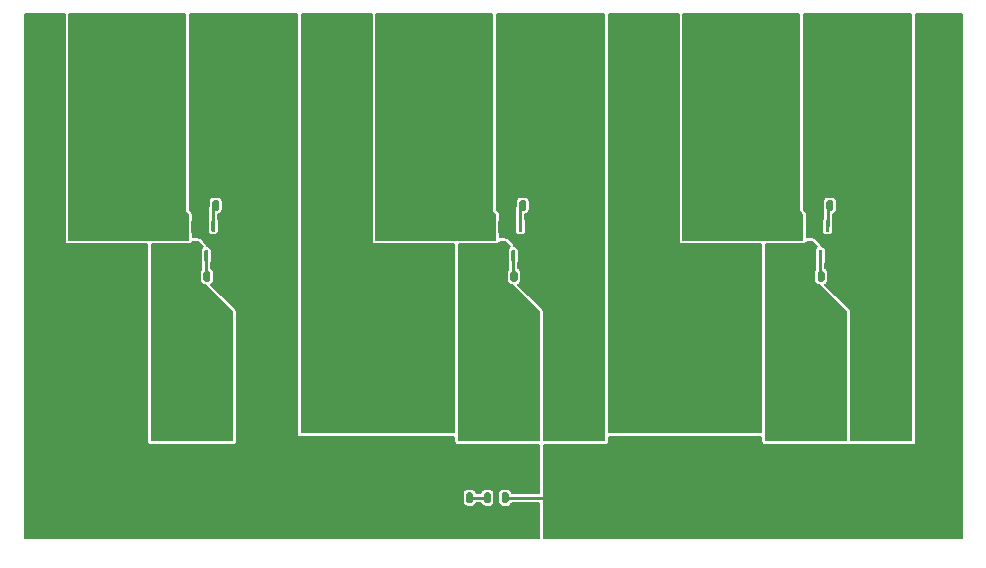
<source format=gbr>
%TF.GenerationSoftware,KiCad,Pcbnew,5.1.6-c6e7f7d~87~ubuntu20.04.1*%
%TF.CreationDate,2020-09-19T15:10:49+02:00*%
%TF.ProjectId,maxim-optimizer,6d617869-6d2d-46f7-9074-696d697a6572,rev?*%
%TF.SameCoordinates,PX3ef1480PY6acfc00*%
%TF.FileFunction,Copper,L1,Top*%
%TF.FilePolarity,Positive*%
%FSLAX46Y46*%
G04 Gerber Fmt 4.6, Leading zero omitted, Abs format (unit mm)*
G04 Created by KiCad (PCBNEW 5.1.6-c6e7f7d~87~ubuntu20.04.1) date 2020-09-19 15:10:49*
%MOMM*%
%LPD*%
G01*
G04 APERTURE LIST*
%TA.AperFunction,ComponentPad*%
%ADD10C,4.000000*%
%TD*%
%TA.AperFunction,SMDPad,CuDef*%
%ADD11R,3.100000X5.000000*%
%TD*%
%TA.AperFunction,SMDPad,CuDef*%
%ADD12R,3.500000X3.500000*%
%TD*%
%TA.AperFunction,ViaPad*%
%ADD13C,1.000000*%
%TD*%
%TA.AperFunction,ViaPad*%
%ADD14C,0.800000*%
%TD*%
%TA.AperFunction,Conductor*%
%ADD15C,0.250000*%
%TD*%
%TA.AperFunction,Conductor*%
%ADD16C,0.200000*%
%TD*%
G04 APERTURE END LIST*
%TO.P,U201,10*%
%TO.N,/Out-*%
%TA.AperFunction,SMDPad,CuDef*%
G36*
G01*
X16825542Y27300000D02*
X17612458Y27300000D01*
G75*
G02*
X17700000Y27212458I0J-87542D01*
G01*
X17700000Y26174542D01*
G75*
G02*
X17612458Y26087000I-87542J0D01*
G01*
X16825542Y26087000D01*
G75*
G02*
X16738000Y26174542I0J87542D01*
G01*
X16738000Y27212458D01*
G75*
G02*
X16825542Y27300000I87542J0D01*
G01*
G37*
%TD.AperFunction*%
%TO.P,U201,8*%
%TA.AperFunction,SMDPad,CuDef*%
G36*
G01*
X16825542Y24913000D02*
X17612458Y24913000D01*
G75*
G02*
X17700000Y24825458I0J-87542D01*
G01*
X17700000Y23787542D01*
G75*
G02*
X17612458Y23700000I-87542J0D01*
G01*
X16825542Y23700000D01*
G75*
G02*
X16738000Y23787542I0J87542D01*
G01*
X16738000Y24825458D01*
G75*
G02*
X16825542Y24913000I87542J0D01*
G01*
G37*
%TD.AperFunction*%
%TO.P,U201,9*%
%TA.AperFunction,SMDPad,CuDef*%
G36*
G01*
X16750124Y25812000D02*
X17611876Y25812000D01*
G75*
G02*
X17700000Y25723876I0J-88124D01*
G01*
X17700000Y25275124D01*
G75*
G02*
X17611876Y25187000I-88124J0D01*
G01*
X16750124Y25187000D01*
G75*
G02*
X16662000Y25275124I0J88124D01*
G01*
X16662000Y25723876D01*
G75*
G02*
X16750124Y25812000I88124J0D01*
G01*
G37*
%TD.AperFunction*%
%TO.P,U201,1*%
%TO.N,Net-(C212-Pad1)*%
%TA.AperFunction,SMDPad,CuDef*%
G36*
G01*
X16225075Y27300000D02*
X16373925Y27300000D01*
G75*
G02*
X16462000Y27211925I0J-88075D01*
G01*
X16462000Y26350075D01*
G75*
G02*
X16373925Y26262000I-88075J0D01*
G01*
X16225075Y26262000D01*
G75*
G02*
X16137000Y26350075I0J88075D01*
G01*
X16137000Y27211925D01*
G75*
G02*
X16225075Y27300000I88075J0D01*
G01*
G37*
%TD.AperFunction*%
%TO.P,U201,2*%
%TO.N,/Out-*%
%TA.AperFunction,SMDPad,CuDef*%
G36*
G01*
X15625075Y27300000D02*
X15773925Y27300000D01*
G75*
G02*
X15862000Y27211925I0J-88075D01*
G01*
X15862000Y26350075D01*
G75*
G02*
X15773925Y26262000I-88075J0D01*
G01*
X15625075Y26262000D01*
G75*
G02*
X15537000Y26350075I0J88075D01*
G01*
X15537000Y27211925D01*
G75*
G02*
X15625075Y27300000I88075J0D01*
G01*
G37*
%TD.AperFunction*%
%TO.P,U201,6*%
%TO.N,Net-(C213-Pad1)*%
%TA.AperFunction,SMDPad,CuDef*%
G36*
G01*
X15625075Y24738000D02*
X15773925Y24738000D01*
G75*
G02*
X15862000Y24649925I0J-88075D01*
G01*
X15862000Y23788075D01*
G75*
G02*
X15773925Y23700000I-88075J0D01*
G01*
X15625075Y23700000D01*
G75*
G02*
X15537000Y23788075I0J88075D01*
G01*
X15537000Y24649925D01*
G75*
G02*
X15625075Y24738000I88075J0D01*
G01*
G37*
%TD.AperFunction*%
%TO.P,U201,7*%
%TO.N,/Out-*%
%TA.AperFunction,SMDPad,CuDef*%
G36*
G01*
X16225075Y24738000D02*
X16373925Y24738000D01*
G75*
G02*
X16462000Y24649925I0J-88075D01*
G01*
X16462000Y23788075D01*
G75*
G02*
X16373925Y23700000I-88075J0D01*
G01*
X16225075Y23700000D01*
G75*
G02*
X16137000Y23788075I0J88075D01*
G01*
X16137000Y24649925D01*
G75*
G02*
X16225075Y24738000I88075J0D01*
G01*
G37*
%TD.AperFunction*%
%TO.P,U201,3*%
%TA.AperFunction,SMDPad,CuDef*%
G36*
G01*
X14525275Y27300000D02*
X15173725Y27300000D01*
G75*
G02*
X15262000Y27211725I0J-88275D01*
G01*
X15262000Y26175275D01*
G75*
G02*
X15173725Y26087000I-88275J0D01*
G01*
X14525275Y26087000D01*
G75*
G02*
X14437000Y26175275I0J88275D01*
G01*
X14437000Y27211725D01*
G75*
G02*
X14525275Y27300000I88275J0D01*
G01*
G37*
%TD.AperFunction*%
%TO.P,U201,4*%
%TO.N,/PV1+*%
%TA.AperFunction,SMDPad,CuDef*%
G36*
G01*
X11388549Y27300000D02*
X14074451Y27300000D01*
G75*
G02*
X14163000Y27211451I0J-88549D01*
G01*
X14163000Y26175549D01*
G75*
G02*
X14074451Y26087000I-88549J0D01*
G01*
X11388549Y26087000D01*
G75*
G02*
X11300000Y26175549I0J88549D01*
G01*
X11300000Y27211451D01*
G75*
G02*
X11388549Y27300000I88549J0D01*
G01*
G37*
%TD.AperFunction*%
%TO.P,U201,5*%
%TO.N,/Channel 1/sw*%
%TA.AperFunction,SMDPad,CuDef*%
G36*
G01*
X11388549Y24913000D02*
X15174451Y24913000D01*
G75*
G02*
X15263000Y24824451I0J-88549D01*
G01*
X15263000Y23788549D01*
G75*
G02*
X15174451Y23700000I-88549J0D01*
G01*
X11388549Y23700000D01*
G75*
G02*
X11300000Y23788549I0J88549D01*
G01*
X11300000Y24824451D01*
G75*
G02*
X11388549Y24913000I88549J0D01*
G01*
G37*
%TD.AperFunction*%
%TD*%
%TO.P,U401,10*%
%TO.N,/Out23*%
%TA.AperFunction,SMDPad,CuDef*%
G36*
G01*
X68825542Y27300000D02*
X69612458Y27300000D01*
G75*
G02*
X69700000Y27212458I0J-87542D01*
G01*
X69700000Y26174542D01*
G75*
G02*
X69612458Y26087000I-87542J0D01*
G01*
X68825542Y26087000D01*
G75*
G02*
X68738000Y26174542I0J87542D01*
G01*
X68738000Y27212458D01*
G75*
G02*
X68825542Y27300000I87542J0D01*
G01*
G37*
%TD.AperFunction*%
%TO.P,U401,8*%
%TA.AperFunction,SMDPad,CuDef*%
G36*
G01*
X68825542Y24913000D02*
X69612458Y24913000D01*
G75*
G02*
X69700000Y24825458I0J-87542D01*
G01*
X69700000Y23787542D01*
G75*
G02*
X69612458Y23700000I-87542J0D01*
G01*
X68825542Y23700000D01*
G75*
G02*
X68738000Y23787542I0J87542D01*
G01*
X68738000Y24825458D01*
G75*
G02*
X68825542Y24913000I87542J0D01*
G01*
G37*
%TD.AperFunction*%
%TO.P,U401,9*%
%TA.AperFunction,SMDPad,CuDef*%
G36*
G01*
X68750124Y25812000D02*
X69611876Y25812000D01*
G75*
G02*
X69700000Y25723876I0J-88124D01*
G01*
X69700000Y25275124D01*
G75*
G02*
X69611876Y25187000I-88124J0D01*
G01*
X68750124Y25187000D01*
G75*
G02*
X68662000Y25275124I0J88124D01*
G01*
X68662000Y25723876D01*
G75*
G02*
X68750124Y25812000I88124J0D01*
G01*
G37*
%TD.AperFunction*%
%TO.P,U401,1*%
%TO.N,Net-(C412-Pad1)*%
%TA.AperFunction,SMDPad,CuDef*%
G36*
G01*
X68225075Y27300000D02*
X68373925Y27300000D01*
G75*
G02*
X68462000Y27211925I0J-88075D01*
G01*
X68462000Y26350075D01*
G75*
G02*
X68373925Y26262000I-88075J0D01*
G01*
X68225075Y26262000D01*
G75*
G02*
X68137000Y26350075I0J88075D01*
G01*
X68137000Y27211925D01*
G75*
G02*
X68225075Y27300000I88075J0D01*
G01*
G37*
%TD.AperFunction*%
%TO.P,U401,2*%
%TO.N,/Out23*%
%TA.AperFunction,SMDPad,CuDef*%
G36*
G01*
X67625075Y27300000D02*
X67773925Y27300000D01*
G75*
G02*
X67862000Y27211925I0J-88075D01*
G01*
X67862000Y26350075D01*
G75*
G02*
X67773925Y26262000I-88075J0D01*
G01*
X67625075Y26262000D01*
G75*
G02*
X67537000Y26350075I0J88075D01*
G01*
X67537000Y27211925D01*
G75*
G02*
X67625075Y27300000I88075J0D01*
G01*
G37*
%TD.AperFunction*%
%TO.P,U401,6*%
%TO.N,Net-(C413-Pad1)*%
%TA.AperFunction,SMDPad,CuDef*%
G36*
G01*
X67625075Y24738000D02*
X67773925Y24738000D01*
G75*
G02*
X67862000Y24649925I0J-88075D01*
G01*
X67862000Y23788075D01*
G75*
G02*
X67773925Y23700000I-88075J0D01*
G01*
X67625075Y23700000D01*
G75*
G02*
X67537000Y23788075I0J88075D01*
G01*
X67537000Y24649925D01*
G75*
G02*
X67625075Y24738000I88075J0D01*
G01*
G37*
%TD.AperFunction*%
%TO.P,U401,7*%
%TO.N,/Out23*%
%TA.AperFunction,SMDPad,CuDef*%
G36*
G01*
X68225075Y24738000D02*
X68373925Y24738000D01*
G75*
G02*
X68462000Y24649925I0J-88075D01*
G01*
X68462000Y23788075D01*
G75*
G02*
X68373925Y23700000I-88075J0D01*
G01*
X68225075Y23700000D01*
G75*
G02*
X68137000Y23788075I0J88075D01*
G01*
X68137000Y24649925D01*
G75*
G02*
X68225075Y24738000I88075J0D01*
G01*
G37*
%TD.AperFunction*%
%TO.P,U401,3*%
%TA.AperFunction,SMDPad,CuDef*%
G36*
G01*
X66525275Y27300000D02*
X67173725Y27300000D01*
G75*
G02*
X67262000Y27211725I0J-88275D01*
G01*
X67262000Y26175275D01*
G75*
G02*
X67173725Y26087000I-88275J0D01*
G01*
X66525275Y26087000D01*
G75*
G02*
X66437000Y26175275I0J88275D01*
G01*
X66437000Y27211725D01*
G75*
G02*
X66525275Y27300000I88275J0D01*
G01*
G37*
%TD.AperFunction*%
%TO.P,U401,4*%
%TO.N,/PV3+*%
%TA.AperFunction,SMDPad,CuDef*%
G36*
G01*
X63388549Y27300000D02*
X66074451Y27300000D01*
G75*
G02*
X66163000Y27211451I0J-88549D01*
G01*
X66163000Y26175549D01*
G75*
G02*
X66074451Y26087000I-88549J0D01*
G01*
X63388549Y26087000D01*
G75*
G02*
X63300000Y26175549I0J88549D01*
G01*
X63300000Y27211451D01*
G75*
G02*
X63388549Y27300000I88549J0D01*
G01*
G37*
%TD.AperFunction*%
%TO.P,U401,5*%
%TO.N,/Channel 3/sw*%
%TA.AperFunction,SMDPad,CuDef*%
G36*
G01*
X63388549Y24913000D02*
X67174451Y24913000D01*
G75*
G02*
X67263000Y24824451I0J-88549D01*
G01*
X67263000Y23788549D01*
G75*
G02*
X67174451Y23700000I-88549J0D01*
G01*
X63388549Y23700000D01*
G75*
G02*
X63300000Y23788549I0J88549D01*
G01*
X63300000Y24824451D01*
G75*
G02*
X63388549Y24913000I88549J0D01*
G01*
G37*
%TD.AperFunction*%
%TD*%
%TO.P,U301,10*%
%TO.N,/Out12*%
%TA.AperFunction,SMDPad,CuDef*%
G36*
G01*
X42825542Y27300000D02*
X43612458Y27300000D01*
G75*
G02*
X43700000Y27212458I0J-87542D01*
G01*
X43700000Y26174542D01*
G75*
G02*
X43612458Y26087000I-87542J0D01*
G01*
X42825542Y26087000D01*
G75*
G02*
X42738000Y26174542I0J87542D01*
G01*
X42738000Y27212458D01*
G75*
G02*
X42825542Y27300000I87542J0D01*
G01*
G37*
%TD.AperFunction*%
%TO.P,U301,8*%
%TA.AperFunction,SMDPad,CuDef*%
G36*
G01*
X42825542Y24913000D02*
X43612458Y24913000D01*
G75*
G02*
X43700000Y24825458I0J-87542D01*
G01*
X43700000Y23787542D01*
G75*
G02*
X43612458Y23700000I-87542J0D01*
G01*
X42825542Y23700000D01*
G75*
G02*
X42738000Y23787542I0J87542D01*
G01*
X42738000Y24825458D01*
G75*
G02*
X42825542Y24913000I87542J0D01*
G01*
G37*
%TD.AperFunction*%
%TO.P,U301,9*%
%TA.AperFunction,SMDPad,CuDef*%
G36*
G01*
X42750124Y25812000D02*
X43611876Y25812000D01*
G75*
G02*
X43700000Y25723876I0J-88124D01*
G01*
X43700000Y25275124D01*
G75*
G02*
X43611876Y25187000I-88124J0D01*
G01*
X42750124Y25187000D01*
G75*
G02*
X42662000Y25275124I0J88124D01*
G01*
X42662000Y25723876D01*
G75*
G02*
X42750124Y25812000I88124J0D01*
G01*
G37*
%TD.AperFunction*%
%TO.P,U301,1*%
%TO.N,Net-(C312-Pad1)*%
%TA.AperFunction,SMDPad,CuDef*%
G36*
G01*
X42225075Y27300000D02*
X42373925Y27300000D01*
G75*
G02*
X42462000Y27211925I0J-88075D01*
G01*
X42462000Y26350075D01*
G75*
G02*
X42373925Y26262000I-88075J0D01*
G01*
X42225075Y26262000D01*
G75*
G02*
X42137000Y26350075I0J88075D01*
G01*
X42137000Y27211925D01*
G75*
G02*
X42225075Y27300000I88075J0D01*
G01*
G37*
%TD.AperFunction*%
%TO.P,U301,2*%
%TO.N,/Out12*%
%TA.AperFunction,SMDPad,CuDef*%
G36*
G01*
X41625075Y27300000D02*
X41773925Y27300000D01*
G75*
G02*
X41862000Y27211925I0J-88075D01*
G01*
X41862000Y26350075D01*
G75*
G02*
X41773925Y26262000I-88075J0D01*
G01*
X41625075Y26262000D01*
G75*
G02*
X41537000Y26350075I0J88075D01*
G01*
X41537000Y27211925D01*
G75*
G02*
X41625075Y27300000I88075J0D01*
G01*
G37*
%TD.AperFunction*%
%TO.P,U301,6*%
%TO.N,Net-(C313-Pad1)*%
%TA.AperFunction,SMDPad,CuDef*%
G36*
G01*
X41625075Y24738000D02*
X41773925Y24738000D01*
G75*
G02*
X41862000Y24649925I0J-88075D01*
G01*
X41862000Y23788075D01*
G75*
G02*
X41773925Y23700000I-88075J0D01*
G01*
X41625075Y23700000D01*
G75*
G02*
X41537000Y23788075I0J88075D01*
G01*
X41537000Y24649925D01*
G75*
G02*
X41625075Y24738000I88075J0D01*
G01*
G37*
%TD.AperFunction*%
%TO.P,U301,7*%
%TO.N,/Out12*%
%TA.AperFunction,SMDPad,CuDef*%
G36*
G01*
X42225075Y24738000D02*
X42373925Y24738000D01*
G75*
G02*
X42462000Y24649925I0J-88075D01*
G01*
X42462000Y23788075D01*
G75*
G02*
X42373925Y23700000I-88075J0D01*
G01*
X42225075Y23700000D01*
G75*
G02*
X42137000Y23788075I0J88075D01*
G01*
X42137000Y24649925D01*
G75*
G02*
X42225075Y24738000I88075J0D01*
G01*
G37*
%TD.AperFunction*%
%TO.P,U301,3*%
%TA.AperFunction,SMDPad,CuDef*%
G36*
G01*
X40525275Y27300000D02*
X41173725Y27300000D01*
G75*
G02*
X41262000Y27211725I0J-88275D01*
G01*
X41262000Y26175275D01*
G75*
G02*
X41173725Y26087000I-88275J0D01*
G01*
X40525275Y26087000D01*
G75*
G02*
X40437000Y26175275I0J88275D01*
G01*
X40437000Y27211725D01*
G75*
G02*
X40525275Y27300000I88275J0D01*
G01*
G37*
%TD.AperFunction*%
%TO.P,U301,4*%
%TO.N,/PV2+*%
%TA.AperFunction,SMDPad,CuDef*%
G36*
G01*
X37388549Y27300000D02*
X40074451Y27300000D01*
G75*
G02*
X40163000Y27211451I0J-88549D01*
G01*
X40163000Y26175549D01*
G75*
G02*
X40074451Y26087000I-88549J0D01*
G01*
X37388549Y26087000D01*
G75*
G02*
X37300000Y26175549I0J88549D01*
G01*
X37300000Y27211451D01*
G75*
G02*
X37388549Y27300000I88549J0D01*
G01*
G37*
%TD.AperFunction*%
%TO.P,U301,5*%
%TO.N,/Channel 2/sw*%
%TA.AperFunction,SMDPad,CuDef*%
G36*
G01*
X37388549Y24913000D02*
X41174451Y24913000D01*
G75*
G02*
X41263000Y24824451I0J-88549D01*
G01*
X41263000Y23788549D01*
G75*
G02*
X41174451Y23700000I-88549J0D01*
G01*
X37388549Y23700000D01*
G75*
G02*
X37300000Y23788549I0J88549D01*
G01*
X37300000Y24824451D01*
G75*
G02*
X37388549Y24913000I88549J0D01*
G01*
G37*
%TD.AperFunction*%
%TD*%
D10*
%TO.P,SP110,1*%
%TO.N,/Out-*%
X21000000Y5000000D03*
%TD*%
%TO.P,SP109,1*%
%TO.N,/Out+*%
X73000000Y5000000D03*
%TD*%
%TO.P,SP108,1*%
%TO.N,/Out12*%
X32000000Y15000000D03*
%TD*%
%TO.P,SP107,1*%
%TO.N,/Out23*%
X59000000Y15000000D03*
%TD*%
%TO.P,SP106,1*%
%TO.N,/Out-*%
X19000000Y41000000D03*
%TD*%
%TO.P,SP105,1*%
%TO.N,/PV1+*%
X9000000Y41000000D03*
%TD*%
%TO.P,SP104,1*%
%TO.N,/Out12*%
X45000000Y41000000D03*
%TD*%
%TO.P,SP103,1*%
%TO.N,/PV2+*%
X35000000Y41000000D03*
%TD*%
%TO.P,SP102,1*%
%TO.N,/Out23*%
X71000000Y41000000D03*
%TD*%
%TO.P,SP101,1*%
%TO.N,/PV3+*%
X61000000Y41000000D03*
%TD*%
%TO.P,R101,2*%
%TO.N,/Out-*%
%TA.AperFunction,SMDPad,CuDef*%
G36*
G01*
X36800000Y4050000D02*
X36800000Y3450000D01*
G75*
G02*
X36650000Y3300000I-150000J0D01*
G01*
X36350000Y3300000D01*
G75*
G02*
X36200000Y3450000I0J150000D01*
G01*
X36200000Y4050000D01*
G75*
G02*
X36350000Y4200000I150000J0D01*
G01*
X36650000Y4200000D01*
G75*
G02*
X36800000Y4050000I0J-150000D01*
G01*
G37*
%TD.AperFunction*%
%TO.P,R101,1*%
%TO.N,Net-(C101-Pad2)*%
%TA.AperFunction,SMDPad,CuDef*%
G36*
G01*
X38300000Y4050000D02*
X38300000Y3450000D01*
G75*
G02*
X38150000Y3300000I-150000J0D01*
G01*
X37850000Y3300000D01*
G75*
G02*
X37700000Y3450000I0J150000D01*
G01*
X37700000Y4050000D01*
G75*
G02*
X37850000Y4200000I150000J0D01*
G01*
X38150000Y4200000D01*
G75*
G02*
X38300000Y4050000I0J-150000D01*
G01*
G37*
%TD.AperFunction*%
%TD*%
D11*
%TO.P,L401,2*%
%TO.N,/Out+*%
X77300000Y14750000D03*
%TO.P,L401,1*%
%TO.N,/Channel 3/sw*%
X66200000Y14750000D03*
%TD*%
%TO.P,L301,2*%
%TO.N,/Out23*%
X51300000Y14750000D03*
%TO.P,L301,1*%
%TO.N,/Channel 2/sw*%
X40200000Y14750000D03*
%TD*%
%TO.P,L201,2*%
%TO.N,/Out12*%
X25300000Y14750000D03*
%TO.P,L201,1*%
%TO.N,/Channel 1/sw*%
X14200000Y14750000D03*
%TD*%
D12*
%TO.P,D101,2*%
%TO.N,/Out+*%
X46000000Y2000000D03*
X46000000Y5500000D03*
X49500000Y2000000D03*
X49500000Y5500000D03*
%TO.P,D101,3*%
%TO.N,/Out-*%
%TA.AperFunction,SMDPad,CuDef*%
G36*
G01*
X39975000Y2200000D02*
X41725000Y2200000D01*
G75*
G02*
X42100000Y1825000I0J-375000D01*
G01*
X42100000Y1075000D01*
G75*
G02*
X41725000Y700000I-375000J0D01*
G01*
X39975000Y700000D01*
G75*
G02*
X39600000Y1075000I0J375000D01*
G01*
X39600000Y1825000D01*
G75*
G02*
X39975000Y2200000I375000J0D01*
G01*
G37*
%TD.AperFunction*%
%TO.P,D101,1*%
%TA.AperFunction,SMDPad,CuDef*%
G36*
G01*
X39975000Y6800000D02*
X41725000Y6800000D01*
G75*
G02*
X42100000Y6425000I0J-375000D01*
G01*
X42100000Y5675000D01*
G75*
G02*
X41725000Y5300000I-375000J0D01*
G01*
X39975000Y5300000D01*
G75*
G02*
X39600000Y5675000I0J375000D01*
G01*
X39600000Y6425000D01*
G75*
G02*
X39975000Y6800000I375000J0D01*
G01*
G37*
%TD.AperFunction*%
%TD*%
%TO.P,C418,1*%
%TO.N,/Out+*%
%TA.AperFunction,SMDPad,CuDef*%
G36*
G01*
X77000000Y32175000D02*
X77000000Y31325000D01*
G75*
G02*
X76750000Y31075000I-250000J0D01*
G01*
X76250000Y31075000D01*
G75*
G02*
X76000000Y31325000I0J250000D01*
G01*
X76000000Y32175000D01*
G75*
G02*
X76250000Y32425000I250000J0D01*
G01*
X76750000Y32425000D01*
G75*
G02*
X77000000Y32175000I0J-250000D01*
G01*
G37*
%TD.AperFunction*%
%TO.P,C418,2*%
%TO.N,/Out23*%
%TA.AperFunction,SMDPad,CuDef*%
G36*
G01*
X75000000Y32175000D02*
X75000000Y31325000D01*
G75*
G02*
X74750000Y31075000I-250000J0D01*
G01*
X74250000Y31075000D01*
G75*
G02*
X74000000Y31325000I0J250000D01*
G01*
X74000000Y32175000D01*
G75*
G02*
X74250000Y32425000I250000J0D01*
G01*
X74750000Y32425000D01*
G75*
G02*
X75000000Y32175000I0J-250000D01*
G01*
G37*
%TD.AperFunction*%
%TD*%
%TO.P,C417,1*%
%TO.N,/Out+*%
%TA.AperFunction,SMDPad,CuDef*%
G36*
G01*
X77000000Y29925000D02*
X77000000Y29075000D01*
G75*
G02*
X76750000Y28825000I-250000J0D01*
G01*
X76250000Y28825000D01*
G75*
G02*
X76000000Y29075000I0J250000D01*
G01*
X76000000Y29925000D01*
G75*
G02*
X76250000Y30175000I250000J0D01*
G01*
X76750000Y30175000D01*
G75*
G02*
X77000000Y29925000I0J-250000D01*
G01*
G37*
%TD.AperFunction*%
%TO.P,C417,2*%
%TO.N,/Out23*%
%TA.AperFunction,SMDPad,CuDef*%
G36*
G01*
X75000000Y29925000D02*
X75000000Y29075000D01*
G75*
G02*
X74750000Y28825000I-250000J0D01*
G01*
X74250000Y28825000D01*
G75*
G02*
X74000000Y29075000I0J250000D01*
G01*
X74000000Y29925000D01*
G75*
G02*
X74250000Y30175000I250000J0D01*
G01*
X74750000Y30175000D01*
G75*
G02*
X75000000Y29925000I0J-250000D01*
G01*
G37*
%TD.AperFunction*%
%TD*%
%TO.P,C416,1*%
%TO.N,/Out+*%
%TA.AperFunction,SMDPad,CuDef*%
G36*
G01*
X77000000Y27675000D02*
X77000000Y26825000D01*
G75*
G02*
X76750000Y26575000I-250000J0D01*
G01*
X76250000Y26575000D01*
G75*
G02*
X76000000Y26825000I0J250000D01*
G01*
X76000000Y27675000D01*
G75*
G02*
X76250000Y27925000I250000J0D01*
G01*
X76750000Y27925000D01*
G75*
G02*
X77000000Y27675000I0J-250000D01*
G01*
G37*
%TD.AperFunction*%
%TO.P,C416,2*%
%TO.N,/Out23*%
%TA.AperFunction,SMDPad,CuDef*%
G36*
G01*
X75000000Y27675000D02*
X75000000Y26825000D01*
G75*
G02*
X74750000Y26575000I-250000J0D01*
G01*
X74250000Y26575000D01*
G75*
G02*
X74000000Y26825000I0J250000D01*
G01*
X74000000Y27675000D01*
G75*
G02*
X74250000Y27925000I250000J0D01*
G01*
X74750000Y27925000D01*
G75*
G02*
X75000000Y27675000I0J-250000D01*
G01*
G37*
%TD.AperFunction*%
%TD*%
%TO.P,C415,1*%
%TO.N,/Out+*%
%TA.AperFunction,SMDPad,CuDef*%
G36*
G01*
X77000000Y25425000D02*
X77000000Y24575000D01*
G75*
G02*
X76750000Y24325000I-250000J0D01*
G01*
X76250000Y24325000D01*
G75*
G02*
X76000000Y24575000I0J250000D01*
G01*
X76000000Y25425000D01*
G75*
G02*
X76250000Y25675000I250000J0D01*
G01*
X76750000Y25675000D01*
G75*
G02*
X77000000Y25425000I0J-250000D01*
G01*
G37*
%TD.AperFunction*%
%TO.P,C415,2*%
%TO.N,/Out23*%
%TA.AperFunction,SMDPad,CuDef*%
G36*
G01*
X75000000Y25425000D02*
X75000000Y24575000D01*
G75*
G02*
X74750000Y24325000I-250000J0D01*
G01*
X74250000Y24325000D01*
G75*
G02*
X74000000Y24575000I0J250000D01*
G01*
X74000000Y25425000D01*
G75*
G02*
X74250000Y25675000I250000J0D01*
G01*
X74750000Y25675000D01*
G75*
G02*
X75000000Y25425000I0J-250000D01*
G01*
G37*
%TD.AperFunction*%
%TD*%
%TO.P,C414,1*%
%TO.N,/Out+*%
%TA.AperFunction,SMDPad,CuDef*%
G36*
G01*
X77000000Y23175000D02*
X77000000Y22325000D01*
G75*
G02*
X76750000Y22075000I-250000J0D01*
G01*
X76250000Y22075000D01*
G75*
G02*
X76000000Y22325000I0J250000D01*
G01*
X76000000Y23175000D01*
G75*
G02*
X76250000Y23425000I250000J0D01*
G01*
X76750000Y23425000D01*
G75*
G02*
X77000000Y23175000I0J-250000D01*
G01*
G37*
%TD.AperFunction*%
%TO.P,C414,2*%
%TO.N,/Out23*%
%TA.AperFunction,SMDPad,CuDef*%
G36*
G01*
X75000000Y23175000D02*
X75000000Y22325000D01*
G75*
G02*
X74750000Y22075000I-250000J0D01*
G01*
X74250000Y22075000D01*
G75*
G02*
X74000000Y22325000I0J250000D01*
G01*
X74000000Y23175000D01*
G75*
G02*
X74250000Y23425000I250000J0D01*
G01*
X74750000Y23425000D01*
G75*
G02*
X75000000Y23175000I0J-250000D01*
G01*
G37*
%TD.AperFunction*%
%TD*%
%TO.P,C413,1*%
%TO.N,Net-(C413-Pad1)*%
%TA.AperFunction,SMDPad,CuDef*%
G36*
G01*
X68053680Y22800000D02*
X68053680Y22200000D01*
G75*
G02*
X67903680Y22050000I-150000J0D01*
G01*
X67603680Y22050000D01*
G75*
G02*
X67453680Y22200000I0J150000D01*
G01*
X67453680Y22800000D01*
G75*
G02*
X67603680Y22950000I150000J0D01*
G01*
X67903680Y22950000D01*
G75*
G02*
X68053680Y22800000I0J-150000D01*
G01*
G37*
%TD.AperFunction*%
%TO.P,C413,2*%
%TO.N,/Channel 3/sw*%
%TA.AperFunction,SMDPad,CuDef*%
G36*
G01*
X66550000Y22800000D02*
X66550000Y22200000D01*
G75*
G02*
X66400000Y22050000I-150000J0D01*
G01*
X66100000Y22050000D01*
G75*
G02*
X65950000Y22200000I0J150000D01*
G01*
X65950000Y22800000D01*
G75*
G02*
X66100000Y22950000I150000J0D01*
G01*
X66400000Y22950000D01*
G75*
G02*
X66550000Y22800000I0J-150000D01*
G01*
G37*
%TD.AperFunction*%
%TD*%
%TO.P,C412,1*%
%TO.N,Net-(C412-Pad1)*%
%TA.AperFunction,SMDPad,CuDef*%
G36*
G01*
X68198160Y28200000D02*
X68198160Y28800000D01*
G75*
G02*
X68348160Y28950000I150000J0D01*
G01*
X68648160Y28950000D01*
G75*
G02*
X68798160Y28800000I0J-150000D01*
G01*
X68798160Y28200000D01*
G75*
G02*
X68648160Y28050000I-150000J0D01*
G01*
X68348160Y28050000D01*
G75*
G02*
X68198160Y28200000I0J150000D01*
G01*
G37*
%TD.AperFunction*%
%TO.P,C412,2*%
%TO.N,/Out23*%
%TA.AperFunction,SMDPad,CuDef*%
G36*
G01*
X69701840Y28200000D02*
X69701840Y28800000D01*
G75*
G02*
X69851840Y28950000I150000J0D01*
G01*
X70151840Y28950000D01*
G75*
G02*
X70301840Y28800000I0J-150000D01*
G01*
X70301840Y28200000D01*
G75*
G02*
X70151840Y28050000I-150000J0D01*
G01*
X69851840Y28050000D01*
G75*
G02*
X69701840Y28200000I0J150000D01*
G01*
G37*
%TD.AperFunction*%
%TD*%
%TO.P,C411,1*%
%TO.N,/PV3+*%
%TA.AperFunction,SMDPad,CuDef*%
G36*
G01*
X64948160Y28200000D02*
X64948160Y28800000D01*
G75*
G02*
X65098160Y28950000I150000J0D01*
G01*
X65398160Y28950000D01*
G75*
G02*
X65548160Y28800000I0J-150000D01*
G01*
X65548160Y28200000D01*
G75*
G02*
X65398160Y28050000I-150000J0D01*
G01*
X65098160Y28050000D01*
G75*
G02*
X64948160Y28200000I0J150000D01*
G01*
G37*
%TD.AperFunction*%
%TO.P,C411,2*%
%TO.N,/Out23*%
%TA.AperFunction,SMDPad,CuDef*%
G36*
G01*
X66451840Y28200000D02*
X66451840Y28800000D01*
G75*
G02*
X66601840Y28950000I150000J0D01*
G01*
X66901840Y28950000D01*
G75*
G02*
X67051840Y28800000I0J-150000D01*
G01*
X67051840Y28200000D01*
G75*
G02*
X66901840Y28050000I-150000J0D01*
G01*
X66601840Y28050000D01*
G75*
G02*
X66451840Y28200000I0J150000D01*
G01*
G37*
%TD.AperFunction*%
%TD*%
%TO.P,C410,1*%
%TO.N,/PV3+*%
%TA.AperFunction,SMDPad,CuDef*%
G36*
G01*
X64948160Y29950000D02*
X64948160Y30550000D01*
G75*
G02*
X65098160Y30700000I150000J0D01*
G01*
X65398160Y30700000D01*
G75*
G02*
X65548160Y30550000I0J-150000D01*
G01*
X65548160Y29950000D01*
G75*
G02*
X65398160Y29800000I-150000J0D01*
G01*
X65098160Y29800000D01*
G75*
G02*
X64948160Y29950000I0J150000D01*
G01*
G37*
%TD.AperFunction*%
%TO.P,C410,2*%
%TO.N,/Out23*%
%TA.AperFunction,SMDPad,CuDef*%
G36*
G01*
X66451840Y29950000D02*
X66451840Y30550000D01*
G75*
G02*
X66601840Y30700000I150000J0D01*
G01*
X66901840Y30700000D01*
G75*
G02*
X67051840Y30550000I0J-150000D01*
G01*
X67051840Y29950000D01*
G75*
G02*
X66901840Y29800000I-150000J0D01*
G01*
X66601840Y29800000D01*
G75*
G02*
X66451840Y29950000I0J150000D01*
G01*
G37*
%TD.AperFunction*%
%TD*%
%TO.P,C409,1*%
%TO.N,/PV3+*%
%TA.AperFunction,SMDPad,CuDef*%
G36*
G01*
X64948160Y31700000D02*
X64948160Y32300000D01*
G75*
G02*
X65098160Y32450000I150000J0D01*
G01*
X65398160Y32450000D01*
G75*
G02*
X65548160Y32300000I0J-150000D01*
G01*
X65548160Y31700000D01*
G75*
G02*
X65398160Y31550000I-150000J0D01*
G01*
X65098160Y31550000D01*
G75*
G02*
X64948160Y31700000I0J150000D01*
G01*
G37*
%TD.AperFunction*%
%TO.P,C409,2*%
%TO.N,/Out23*%
%TA.AperFunction,SMDPad,CuDef*%
G36*
G01*
X66451840Y31700000D02*
X66451840Y32300000D01*
G75*
G02*
X66601840Y32450000I150000J0D01*
G01*
X66901840Y32450000D01*
G75*
G02*
X67051840Y32300000I0J-150000D01*
G01*
X67051840Y31700000D01*
G75*
G02*
X66901840Y31550000I-150000J0D01*
G01*
X66601840Y31550000D01*
G75*
G02*
X66451840Y31700000I0J150000D01*
G01*
G37*
%TD.AperFunction*%
%TD*%
%TO.P,C408,1*%
%TO.N,/PV3+*%
%TA.AperFunction,SMDPad,CuDef*%
G36*
G01*
X61700000Y26551840D02*
X62300000Y26551840D01*
G75*
G02*
X62450000Y26401840I0J-150000D01*
G01*
X62450000Y26101840D01*
G75*
G02*
X62300000Y25951840I-150000J0D01*
G01*
X61700000Y25951840D01*
G75*
G02*
X61550000Y26101840I0J150000D01*
G01*
X61550000Y26401840D01*
G75*
G02*
X61700000Y26551840I150000J0D01*
G01*
G37*
%TD.AperFunction*%
%TO.P,C408,2*%
%TO.N,/Out23*%
%TA.AperFunction,SMDPad,CuDef*%
G36*
G01*
X61700000Y25048160D02*
X62300000Y25048160D01*
G75*
G02*
X62450000Y24898160I0J-150000D01*
G01*
X62450000Y24598160D01*
G75*
G02*
X62300000Y24448160I-150000J0D01*
G01*
X61700000Y24448160D01*
G75*
G02*
X61550000Y24598160I0J150000D01*
G01*
X61550000Y24898160D01*
G75*
G02*
X61700000Y25048160I150000J0D01*
G01*
G37*
%TD.AperFunction*%
%TD*%
%TO.P,C407,1*%
%TO.N,/PV3+*%
%TA.AperFunction,SMDPad,CuDef*%
G36*
G01*
X57325000Y27000000D02*
X58175000Y27000000D01*
G75*
G02*
X58425000Y26750000I0J-250000D01*
G01*
X58425000Y26250000D01*
G75*
G02*
X58175000Y26000000I-250000J0D01*
G01*
X57325000Y26000000D01*
G75*
G02*
X57075000Y26250000I0J250000D01*
G01*
X57075000Y26750000D01*
G75*
G02*
X57325000Y27000000I250000J0D01*
G01*
G37*
%TD.AperFunction*%
%TO.P,C407,2*%
%TO.N,/Out23*%
%TA.AperFunction,SMDPad,CuDef*%
G36*
G01*
X57325000Y25000000D02*
X58175000Y25000000D01*
G75*
G02*
X58425000Y24750000I0J-250000D01*
G01*
X58425000Y24250000D01*
G75*
G02*
X58175000Y24000000I-250000J0D01*
G01*
X57325000Y24000000D01*
G75*
G02*
X57075000Y24250000I0J250000D01*
G01*
X57075000Y24750000D01*
G75*
G02*
X57325000Y25000000I250000J0D01*
G01*
G37*
%TD.AperFunction*%
%TD*%
%TO.P,C406,1*%
%TO.N,/PV3+*%
%TA.AperFunction,SMDPad,CuDef*%
G36*
G01*
X64500000Y33575000D02*
X64500000Y34425000D01*
G75*
G02*
X64750000Y34675000I250000J0D01*
G01*
X65250000Y34675000D01*
G75*
G02*
X65500000Y34425000I0J-250000D01*
G01*
X65500000Y33575000D01*
G75*
G02*
X65250000Y33325000I-250000J0D01*
G01*
X64750000Y33325000D01*
G75*
G02*
X64500000Y33575000I0J250000D01*
G01*
G37*
%TD.AperFunction*%
%TO.P,C406,2*%
%TO.N,/Out23*%
%TA.AperFunction,SMDPad,CuDef*%
G36*
G01*
X66500000Y33575000D02*
X66500000Y34425000D01*
G75*
G02*
X66750000Y34675000I250000J0D01*
G01*
X67250000Y34675000D01*
G75*
G02*
X67500000Y34425000I0J-250000D01*
G01*
X67500000Y33575000D01*
G75*
G02*
X67250000Y33325000I-250000J0D01*
G01*
X66750000Y33325000D01*
G75*
G02*
X66500000Y33575000I0J250000D01*
G01*
G37*
%TD.AperFunction*%
%TD*%
%TO.P,C405,1*%
%TO.N,/PV3+*%
%TA.AperFunction,SMDPad,CuDef*%
G36*
G01*
X57500000Y33675000D02*
X57500000Y32825000D01*
G75*
G02*
X57250000Y32575000I-250000J0D01*
G01*
X56750000Y32575000D01*
G75*
G02*
X56500000Y32825000I0J250000D01*
G01*
X56500000Y33675000D01*
G75*
G02*
X56750000Y33925000I250000J0D01*
G01*
X57250000Y33925000D01*
G75*
G02*
X57500000Y33675000I0J-250000D01*
G01*
G37*
%TD.AperFunction*%
%TO.P,C405,2*%
%TO.N,/Out23*%
%TA.AperFunction,SMDPad,CuDef*%
G36*
G01*
X55500000Y33675000D02*
X55500000Y32825000D01*
G75*
G02*
X55250000Y32575000I-250000J0D01*
G01*
X54750000Y32575000D01*
G75*
G02*
X54500000Y32825000I0J250000D01*
G01*
X54500000Y33675000D01*
G75*
G02*
X54750000Y33925000I250000J0D01*
G01*
X55250000Y33925000D01*
G75*
G02*
X55500000Y33675000I0J-250000D01*
G01*
G37*
%TD.AperFunction*%
%TD*%
%TO.P,C404,1*%
%TO.N,/PV3+*%
%TA.AperFunction,SMDPad,CuDef*%
G36*
G01*
X57500000Y31425000D02*
X57500000Y30575000D01*
G75*
G02*
X57250000Y30325000I-250000J0D01*
G01*
X56750000Y30325000D01*
G75*
G02*
X56500000Y30575000I0J250000D01*
G01*
X56500000Y31425000D01*
G75*
G02*
X56750000Y31675000I250000J0D01*
G01*
X57250000Y31675000D01*
G75*
G02*
X57500000Y31425000I0J-250000D01*
G01*
G37*
%TD.AperFunction*%
%TO.P,C404,2*%
%TO.N,/Out23*%
%TA.AperFunction,SMDPad,CuDef*%
G36*
G01*
X55500000Y31425000D02*
X55500000Y30575000D01*
G75*
G02*
X55250000Y30325000I-250000J0D01*
G01*
X54750000Y30325000D01*
G75*
G02*
X54500000Y30575000I0J250000D01*
G01*
X54500000Y31425000D01*
G75*
G02*
X54750000Y31675000I250000J0D01*
G01*
X55250000Y31675000D01*
G75*
G02*
X55500000Y31425000I0J-250000D01*
G01*
G37*
%TD.AperFunction*%
%TD*%
%TO.P,C403,1*%
%TO.N,/PV3+*%
%TA.AperFunction,SMDPad,CuDef*%
G36*
G01*
X64500000Y35825000D02*
X64500000Y36675000D01*
G75*
G02*
X64750000Y36925000I250000J0D01*
G01*
X65250000Y36925000D01*
G75*
G02*
X65500000Y36675000I0J-250000D01*
G01*
X65500000Y35825000D01*
G75*
G02*
X65250000Y35575000I-250000J0D01*
G01*
X64750000Y35575000D01*
G75*
G02*
X64500000Y35825000I0J250000D01*
G01*
G37*
%TD.AperFunction*%
%TO.P,C403,2*%
%TO.N,/Out23*%
%TA.AperFunction,SMDPad,CuDef*%
G36*
G01*
X66500000Y35825000D02*
X66500000Y36675000D01*
G75*
G02*
X66750000Y36925000I250000J0D01*
G01*
X67250000Y36925000D01*
G75*
G02*
X67500000Y36675000I0J-250000D01*
G01*
X67500000Y35825000D01*
G75*
G02*
X67250000Y35575000I-250000J0D01*
G01*
X66750000Y35575000D01*
G75*
G02*
X66500000Y35825000I0J250000D01*
G01*
G37*
%TD.AperFunction*%
%TD*%
%TO.P,C402,1*%
%TO.N,/PV3+*%
%TA.AperFunction,SMDPad,CuDef*%
G36*
G01*
X57500000Y29175000D02*
X57500000Y28325000D01*
G75*
G02*
X57250000Y28075000I-250000J0D01*
G01*
X56750000Y28075000D01*
G75*
G02*
X56500000Y28325000I0J250000D01*
G01*
X56500000Y29175000D01*
G75*
G02*
X56750000Y29425000I250000J0D01*
G01*
X57250000Y29425000D01*
G75*
G02*
X57500000Y29175000I0J-250000D01*
G01*
G37*
%TD.AperFunction*%
%TO.P,C402,2*%
%TO.N,/Out23*%
%TA.AperFunction,SMDPad,CuDef*%
G36*
G01*
X55500000Y29175000D02*
X55500000Y28325000D01*
G75*
G02*
X55250000Y28075000I-250000J0D01*
G01*
X54750000Y28075000D01*
G75*
G02*
X54500000Y28325000I0J250000D01*
G01*
X54500000Y29175000D01*
G75*
G02*
X54750000Y29425000I250000J0D01*
G01*
X55250000Y29425000D01*
G75*
G02*
X55500000Y29175000I0J-250000D01*
G01*
G37*
%TD.AperFunction*%
%TD*%
%TO.P,C401,1*%
%TO.N,/PV3+*%
%TA.AperFunction,SMDPad,CuDef*%
G36*
G01*
X59575000Y27000000D02*
X60425000Y27000000D01*
G75*
G02*
X60675000Y26750000I0J-250000D01*
G01*
X60675000Y26250000D01*
G75*
G02*
X60425000Y26000000I-250000J0D01*
G01*
X59575000Y26000000D01*
G75*
G02*
X59325000Y26250000I0J250000D01*
G01*
X59325000Y26750000D01*
G75*
G02*
X59575000Y27000000I250000J0D01*
G01*
G37*
%TD.AperFunction*%
%TO.P,C401,2*%
%TO.N,/Out23*%
%TA.AperFunction,SMDPad,CuDef*%
G36*
G01*
X59575000Y25000000D02*
X60425000Y25000000D01*
G75*
G02*
X60675000Y24750000I0J-250000D01*
G01*
X60675000Y24250000D01*
G75*
G02*
X60425000Y24000000I-250000J0D01*
G01*
X59575000Y24000000D01*
G75*
G02*
X59325000Y24250000I0J250000D01*
G01*
X59325000Y24750000D01*
G75*
G02*
X59575000Y25000000I250000J0D01*
G01*
G37*
%TD.AperFunction*%
%TD*%
%TO.P,C318,1*%
%TO.N,/Out23*%
%TA.AperFunction,SMDPad,CuDef*%
G36*
G01*
X51000000Y32175000D02*
X51000000Y31325000D01*
G75*
G02*
X50750000Y31075000I-250000J0D01*
G01*
X50250000Y31075000D01*
G75*
G02*
X50000000Y31325000I0J250000D01*
G01*
X50000000Y32175000D01*
G75*
G02*
X50250000Y32425000I250000J0D01*
G01*
X50750000Y32425000D01*
G75*
G02*
X51000000Y32175000I0J-250000D01*
G01*
G37*
%TD.AperFunction*%
%TO.P,C318,2*%
%TO.N,/Out12*%
%TA.AperFunction,SMDPad,CuDef*%
G36*
G01*
X49000000Y32175000D02*
X49000000Y31325000D01*
G75*
G02*
X48750000Y31075000I-250000J0D01*
G01*
X48250000Y31075000D01*
G75*
G02*
X48000000Y31325000I0J250000D01*
G01*
X48000000Y32175000D01*
G75*
G02*
X48250000Y32425000I250000J0D01*
G01*
X48750000Y32425000D01*
G75*
G02*
X49000000Y32175000I0J-250000D01*
G01*
G37*
%TD.AperFunction*%
%TD*%
%TO.P,C317,1*%
%TO.N,/Out23*%
%TA.AperFunction,SMDPad,CuDef*%
G36*
G01*
X51000000Y29925000D02*
X51000000Y29075000D01*
G75*
G02*
X50750000Y28825000I-250000J0D01*
G01*
X50250000Y28825000D01*
G75*
G02*
X50000000Y29075000I0J250000D01*
G01*
X50000000Y29925000D01*
G75*
G02*
X50250000Y30175000I250000J0D01*
G01*
X50750000Y30175000D01*
G75*
G02*
X51000000Y29925000I0J-250000D01*
G01*
G37*
%TD.AperFunction*%
%TO.P,C317,2*%
%TO.N,/Out12*%
%TA.AperFunction,SMDPad,CuDef*%
G36*
G01*
X49000000Y29925000D02*
X49000000Y29075000D01*
G75*
G02*
X48750000Y28825000I-250000J0D01*
G01*
X48250000Y28825000D01*
G75*
G02*
X48000000Y29075000I0J250000D01*
G01*
X48000000Y29925000D01*
G75*
G02*
X48250000Y30175000I250000J0D01*
G01*
X48750000Y30175000D01*
G75*
G02*
X49000000Y29925000I0J-250000D01*
G01*
G37*
%TD.AperFunction*%
%TD*%
%TO.P,C316,1*%
%TO.N,/Out23*%
%TA.AperFunction,SMDPad,CuDef*%
G36*
G01*
X51000000Y27675000D02*
X51000000Y26825000D01*
G75*
G02*
X50750000Y26575000I-250000J0D01*
G01*
X50250000Y26575000D01*
G75*
G02*
X50000000Y26825000I0J250000D01*
G01*
X50000000Y27675000D01*
G75*
G02*
X50250000Y27925000I250000J0D01*
G01*
X50750000Y27925000D01*
G75*
G02*
X51000000Y27675000I0J-250000D01*
G01*
G37*
%TD.AperFunction*%
%TO.P,C316,2*%
%TO.N,/Out12*%
%TA.AperFunction,SMDPad,CuDef*%
G36*
G01*
X49000000Y27675000D02*
X49000000Y26825000D01*
G75*
G02*
X48750000Y26575000I-250000J0D01*
G01*
X48250000Y26575000D01*
G75*
G02*
X48000000Y26825000I0J250000D01*
G01*
X48000000Y27675000D01*
G75*
G02*
X48250000Y27925000I250000J0D01*
G01*
X48750000Y27925000D01*
G75*
G02*
X49000000Y27675000I0J-250000D01*
G01*
G37*
%TD.AperFunction*%
%TD*%
%TO.P,C315,1*%
%TO.N,/Out23*%
%TA.AperFunction,SMDPad,CuDef*%
G36*
G01*
X51000000Y25425000D02*
X51000000Y24575000D01*
G75*
G02*
X50750000Y24325000I-250000J0D01*
G01*
X50250000Y24325000D01*
G75*
G02*
X50000000Y24575000I0J250000D01*
G01*
X50000000Y25425000D01*
G75*
G02*
X50250000Y25675000I250000J0D01*
G01*
X50750000Y25675000D01*
G75*
G02*
X51000000Y25425000I0J-250000D01*
G01*
G37*
%TD.AperFunction*%
%TO.P,C315,2*%
%TO.N,/Out12*%
%TA.AperFunction,SMDPad,CuDef*%
G36*
G01*
X49000000Y25425000D02*
X49000000Y24575000D01*
G75*
G02*
X48750000Y24325000I-250000J0D01*
G01*
X48250000Y24325000D01*
G75*
G02*
X48000000Y24575000I0J250000D01*
G01*
X48000000Y25425000D01*
G75*
G02*
X48250000Y25675000I250000J0D01*
G01*
X48750000Y25675000D01*
G75*
G02*
X49000000Y25425000I0J-250000D01*
G01*
G37*
%TD.AperFunction*%
%TD*%
%TO.P,C314,1*%
%TO.N,/Out23*%
%TA.AperFunction,SMDPad,CuDef*%
G36*
G01*
X51000000Y23175000D02*
X51000000Y22325000D01*
G75*
G02*
X50750000Y22075000I-250000J0D01*
G01*
X50250000Y22075000D01*
G75*
G02*
X50000000Y22325000I0J250000D01*
G01*
X50000000Y23175000D01*
G75*
G02*
X50250000Y23425000I250000J0D01*
G01*
X50750000Y23425000D01*
G75*
G02*
X51000000Y23175000I0J-250000D01*
G01*
G37*
%TD.AperFunction*%
%TO.P,C314,2*%
%TO.N,/Out12*%
%TA.AperFunction,SMDPad,CuDef*%
G36*
G01*
X49000000Y23175000D02*
X49000000Y22325000D01*
G75*
G02*
X48750000Y22075000I-250000J0D01*
G01*
X48250000Y22075000D01*
G75*
G02*
X48000000Y22325000I0J250000D01*
G01*
X48000000Y23175000D01*
G75*
G02*
X48250000Y23425000I250000J0D01*
G01*
X48750000Y23425000D01*
G75*
G02*
X49000000Y23175000I0J-250000D01*
G01*
G37*
%TD.AperFunction*%
%TD*%
%TO.P,C313,1*%
%TO.N,Net-(C313-Pad1)*%
%TA.AperFunction,SMDPad,CuDef*%
G36*
G01*
X42053680Y22800000D02*
X42053680Y22200000D01*
G75*
G02*
X41903680Y22050000I-150000J0D01*
G01*
X41603680Y22050000D01*
G75*
G02*
X41453680Y22200000I0J150000D01*
G01*
X41453680Y22800000D01*
G75*
G02*
X41603680Y22950000I150000J0D01*
G01*
X41903680Y22950000D01*
G75*
G02*
X42053680Y22800000I0J-150000D01*
G01*
G37*
%TD.AperFunction*%
%TO.P,C313,2*%
%TO.N,/Channel 2/sw*%
%TA.AperFunction,SMDPad,CuDef*%
G36*
G01*
X40550000Y22800000D02*
X40550000Y22200000D01*
G75*
G02*
X40400000Y22050000I-150000J0D01*
G01*
X40100000Y22050000D01*
G75*
G02*
X39950000Y22200000I0J150000D01*
G01*
X39950000Y22800000D01*
G75*
G02*
X40100000Y22950000I150000J0D01*
G01*
X40400000Y22950000D01*
G75*
G02*
X40550000Y22800000I0J-150000D01*
G01*
G37*
%TD.AperFunction*%
%TD*%
%TO.P,C312,1*%
%TO.N,Net-(C312-Pad1)*%
%TA.AperFunction,SMDPad,CuDef*%
G36*
G01*
X42198160Y28200000D02*
X42198160Y28800000D01*
G75*
G02*
X42348160Y28950000I150000J0D01*
G01*
X42648160Y28950000D01*
G75*
G02*
X42798160Y28800000I0J-150000D01*
G01*
X42798160Y28200000D01*
G75*
G02*
X42648160Y28050000I-150000J0D01*
G01*
X42348160Y28050000D01*
G75*
G02*
X42198160Y28200000I0J150000D01*
G01*
G37*
%TD.AperFunction*%
%TO.P,C312,2*%
%TO.N,/Out12*%
%TA.AperFunction,SMDPad,CuDef*%
G36*
G01*
X43701840Y28200000D02*
X43701840Y28800000D01*
G75*
G02*
X43851840Y28950000I150000J0D01*
G01*
X44151840Y28950000D01*
G75*
G02*
X44301840Y28800000I0J-150000D01*
G01*
X44301840Y28200000D01*
G75*
G02*
X44151840Y28050000I-150000J0D01*
G01*
X43851840Y28050000D01*
G75*
G02*
X43701840Y28200000I0J150000D01*
G01*
G37*
%TD.AperFunction*%
%TD*%
%TO.P,C311,1*%
%TO.N,/PV2+*%
%TA.AperFunction,SMDPad,CuDef*%
G36*
G01*
X38948160Y28200000D02*
X38948160Y28800000D01*
G75*
G02*
X39098160Y28950000I150000J0D01*
G01*
X39398160Y28950000D01*
G75*
G02*
X39548160Y28800000I0J-150000D01*
G01*
X39548160Y28200000D01*
G75*
G02*
X39398160Y28050000I-150000J0D01*
G01*
X39098160Y28050000D01*
G75*
G02*
X38948160Y28200000I0J150000D01*
G01*
G37*
%TD.AperFunction*%
%TO.P,C311,2*%
%TO.N,/Out12*%
%TA.AperFunction,SMDPad,CuDef*%
G36*
G01*
X40451840Y28200000D02*
X40451840Y28800000D01*
G75*
G02*
X40601840Y28950000I150000J0D01*
G01*
X40901840Y28950000D01*
G75*
G02*
X41051840Y28800000I0J-150000D01*
G01*
X41051840Y28200000D01*
G75*
G02*
X40901840Y28050000I-150000J0D01*
G01*
X40601840Y28050000D01*
G75*
G02*
X40451840Y28200000I0J150000D01*
G01*
G37*
%TD.AperFunction*%
%TD*%
%TO.P,C310,1*%
%TO.N,/PV2+*%
%TA.AperFunction,SMDPad,CuDef*%
G36*
G01*
X38948160Y29950000D02*
X38948160Y30550000D01*
G75*
G02*
X39098160Y30700000I150000J0D01*
G01*
X39398160Y30700000D01*
G75*
G02*
X39548160Y30550000I0J-150000D01*
G01*
X39548160Y29950000D01*
G75*
G02*
X39398160Y29800000I-150000J0D01*
G01*
X39098160Y29800000D01*
G75*
G02*
X38948160Y29950000I0J150000D01*
G01*
G37*
%TD.AperFunction*%
%TO.P,C310,2*%
%TO.N,/Out12*%
%TA.AperFunction,SMDPad,CuDef*%
G36*
G01*
X40451840Y29950000D02*
X40451840Y30550000D01*
G75*
G02*
X40601840Y30700000I150000J0D01*
G01*
X40901840Y30700000D01*
G75*
G02*
X41051840Y30550000I0J-150000D01*
G01*
X41051840Y29950000D01*
G75*
G02*
X40901840Y29800000I-150000J0D01*
G01*
X40601840Y29800000D01*
G75*
G02*
X40451840Y29950000I0J150000D01*
G01*
G37*
%TD.AperFunction*%
%TD*%
%TO.P,C309,1*%
%TO.N,/PV2+*%
%TA.AperFunction,SMDPad,CuDef*%
G36*
G01*
X38948160Y31700000D02*
X38948160Y32300000D01*
G75*
G02*
X39098160Y32450000I150000J0D01*
G01*
X39398160Y32450000D01*
G75*
G02*
X39548160Y32300000I0J-150000D01*
G01*
X39548160Y31700000D01*
G75*
G02*
X39398160Y31550000I-150000J0D01*
G01*
X39098160Y31550000D01*
G75*
G02*
X38948160Y31700000I0J150000D01*
G01*
G37*
%TD.AperFunction*%
%TO.P,C309,2*%
%TO.N,/Out12*%
%TA.AperFunction,SMDPad,CuDef*%
G36*
G01*
X40451840Y31700000D02*
X40451840Y32300000D01*
G75*
G02*
X40601840Y32450000I150000J0D01*
G01*
X40901840Y32450000D01*
G75*
G02*
X41051840Y32300000I0J-150000D01*
G01*
X41051840Y31700000D01*
G75*
G02*
X40901840Y31550000I-150000J0D01*
G01*
X40601840Y31550000D01*
G75*
G02*
X40451840Y31700000I0J150000D01*
G01*
G37*
%TD.AperFunction*%
%TD*%
%TO.P,C308,1*%
%TO.N,/PV2+*%
%TA.AperFunction,SMDPad,CuDef*%
G36*
G01*
X35700000Y26551840D02*
X36300000Y26551840D01*
G75*
G02*
X36450000Y26401840I0J-150000D01*
G01*
X36450000Y26101840D01*
G75*
G02*
X36300000Y25951840I-150000J0D01*
G01*
X35700000Y25951840D01*
G75*
G02*
X35550000Y26101840I0J150000D01*
G01*
X35550000Y26401840D01*
G75*
G02*
X35700000Y26551840I150000J0D01*
G01*
G37*
%TD.AperFunction*%
%TO.P,C308,2*%
%TO.N,/Out12*%
%TA.AperFunction,SMDPad,CuDef*%
G36*
G01*
X35700000Y25048160D02*
X36300000Y25048160D01*
G75*
G02*
X36450000Y24898160I0J-150000D01*
G01*
X36450000Y24598160D01*
G75*
G02*
X36300000Y24448160I-150000J0D01*
G01*
X35700000Y24448160D01*
G75*
G02*
X35550000Y24598160I0J150000D01*
G01*
X35550000Y24898160D01*
G75*
G02*
X35700000Y25048160I150000J0D01*
G01*
G37*
%TD.AperFunction*%
%TD*%
%TO.P,C307,1*%
%TO.N,/PV2+*%
%TA.AperFunction,SMDPad,CuDef*%
G36*
G01*
X31325000Y27000000D02*
X32175000Y27000000D01*
G75*
G02*
X32425000Y26750000I0J-250000D01*
G01*
X32425000Y26250000D01*
G75*
G02*
X32175000Y26000000I-250000J0D01*
G01*
X31325000Y26000000D01*
G75*
G02*
X31075000Y26250000I0J250000D01*
G01*
X31075000Y26750000D01*
G75*
G02*
X31325000Y27000000I250000J0D01*
G01*
G37*
%TD.AperFunction*%
%TO.P,C307,2*%
%TO.N,/Out12*%
%TA.AperFunction,SMDPad,CuDef*%
G36*
G01*
X31325000Y25000000D02*
X32175000Y25000000D01*
G75*
G02*
X32425000Y24750000I0J-250000D01*
G01*
X32425000Y24250000D01*
G75*
G02*
X32175000Y24000000I-250000J0D01*
G01*
X31325000Y24000000D01*
G75*
G02*
X31075000Y24250000I0J250000D01*
G01*
X31075000Y24750000D01*
G75*
G02*
X31325000Y25000000I250000J0D01*
G01*
G37*
%TD.AperFunction*%
%TD*%
%TO.P,C306,1*%
%TO.N,/PV2+*%
%TA.AperFunction,SMDPad,CuDef*%
G36*
G01*
X38500000Y33575000D02*
X38500000Y34425000D01*
G75*
G02*
X38750000Y34675000I250000J0D01*
G01*
X39250000Y34675000D01*
G75*
G02*
X39500000Y34425000I0J-250000D01*
G01*
X39500000Y33575000D01*
G75*
G02*
X39250000Y33325000I-250000J0D01*
G01*
X38750000Y33325000D01*
G75*
G02*
X38500000Y33575000I0J250000D01*
G01*
G37*
%TD.AperFunction*%
%TO.P,C306,2*%
%TO.N,/Out12*%
%TA.AperFunction,SMDPad,CuDef*%
G36*
G01*
X40500000Y33575000D02*
X40500000Y34425000D01*
G75*
G02*
X40750000Y34675000I250000J0D01*
G01*
X41250000Y34675000D01*
G75*
G02*
X41500000Y34425000I0J-250000D01*
G01*
X41500000Y33575000D01*
G75*
G02*
X41250000Y33325000I-250000J0D01*
G01*
X40750000Y33325000D01*
G75*
G02*
X40500000Y33575000I0J250000D01*
G01*
G37*
%TD.AperFunction*%
%TD*%
%TO.P,C305,1*%
%TO.N,/PV2+*%
%TA.AperFunction,SMDPad,CuDef*%
G36*
G01*
X31500000Y33675000D02*
X31500000Y32825000D01*
G75*
G02*
X31250000Y32575000I-250000J0D01*
G01*
X30750000Y32575000D01*
G75*
G02*
X30500000Y32825000I0J250000D01*
G01*
X30500000Y33675000D01*
G75*
G02*
X30750000Y33925000I250000J0D01*
G01*
X31250000Y33925000D01*
G75*
G02*
X31500000Y33675000I0J-250000D01*
G01*
G37*
%TD.AperFunction*%
%TO.P,C305,2*%
%TO.N,/Out12*%
%TA.AperFunction,SMDPad,CuDef*%
G36*
G01*
X29500000Y33675000D02*
X29500000Y32825000D01*
G75*
G02*
X29250000Y32575000I-250000J0D01*
G01*
X28750000Y32575000D01*
G75*
G02*
X28500000Y32825000I0J250000D01*
G01*
X28500000Y33675000D01*
G75*
G02*
X28750000Y33925000I250000J0D01*
G01*
X29250000Y33925000D01*
G75*
G02*
X29500000Y33675000I0J-250000D01*
G01*
G37*
%TD.AperFunction*%
%TD*%
%TO.P,C304,1*%
%TO.N,/PV2+*%
%TA.AperFunction,SMDPad,CuDef*%
G36*
G01*
X31500000Y31425000D02*
X31500000Y30575000D01*
G75*
G02*
X31250000Y30325000I-250000J0D01*
G01*
X30750000Y30325000D01*
G75*
G02*
X30500000Y30575000I0J250000D01*
G01*
X30500000Y31425000D01*
G75*
G02*
X30750000Y31675000I250000J0D01*
G01*
X31250000Y31675000D01*
G75*
G02*
X31500000Y31425000I0J-250000D01*
G01*
G37*
%TD.AperFunction*%
%TO.P,C304,2*%
%TO.N,/Out12*%
%TA.AperFunction,SMDPad,CuDef*%
G36*
G01*
X29500000Y31425000D02*
X29500000Y30575000D01*
G75*
G02*
X29250000Y30325000I-250000J0D01*
G01*
X28750000Y30325000D01*
G75*
G02*
X28500000Y30575000I0J250000D01*
G01*
X28500000Y31425000D01*
G75*
G02*
X28750000Y31675000I250000J0D01*
G01*
X29250000Y31675000D01*
G75*
G02*
X29500000Y31425000I0J-250000D01*
G01*
G37*
%TD.AperFunction*%
%TD*%
%TO.P,C303,1*%
%TO.N,/PV2+*%
%TA.AperFunction,SMDPad,CuDef*%
G36*
G01*
X38500000Y35825000D02*
X38500000Y36675000D01*
G75*
G02*
X38750000Y36925000I250000J0D01*
G01*
X39250000Y36925000D01*
G75*
G02*
X39500000Y36675000I0J-250000D01*
G01*
X39500000Y35825000D01*
G75*
G02*
X39250000Y35575000I-250000J0D01*
G01*
X38750000Y35575000D01*
G75*
G02*
X38500000Y35825000I0J250000D01*
G01*
G37*
%TD.AperFunction*%
%TO.P,C303,2*%
%TO.N,/Out12*%
%TA.AperFunction,SMDPad,CuDef*%
G36*
G01*
X40500000Y35825000D02*
X40500000Y36675000D01*
G75*
G02*
X40750000Y36925000I250000J0D01*
G01*
X41250000Y36925000D01*
G75*
G02*
X41500000Y36675000I0J-250000D01*
G01*
X41500000Y35825000D01*
G75*
G02*
X41250000Y35575000I-250000J0D01*
G01*
X40750000Y35575000D01*
G75*
G02*
X40500000Y35825000I0J250000D01*
G01*
G37*
%TD.AperFunction*%
%TD*%
%TO.P,C302,1*%
%TO.N,/PV2+*%
%TA.AperFunction,SMDPad,CuDef*%
G36*
G01*
X31500000Y29175000D02*
X31500000Y28325000D01*
G75*
G02*
X31250000Y28075000I-250000J0D01*
G01*
X30750000Y28075000D01*
G75*
G02*
X30500000Y28325000I0J250000D01*
G01*
X30500000Y29175000D01*
G75*
G02*
X30750000Y29425000I250000J0D01*
G01*
X31250000Y29425000D01*
G75*
G02*
X31500000Y29175000I0J-250000D01*
G01*
G37*
%TD.AperFunction*%
%TO.P,C302,2*%
%TO.N,/Out12*%
%TA.AperFunction,SMDPad,CuDef*%
G36*
G01*
X29500000Y29175000D02*
X29500000Y28325000D01*
G75*
G02*
X29250000Y28075000I-250000J0D01*
G01*
X28750000Y28075000D01*
G75*
G02*
X28500000Y28325000I0J250000D01*
G01*
X28500000Y29175000D01*
G75*
G02*
X28750000Y29425000I250000J0D01*
G01*
X29250000Y29425000D01*
G75*
G02*
X29500000Y29175000I0J-250000D01*
G01*
G37*
%TD.AperFunction*%
%TD*%
%TO.P,C301,1*%
%TO.N,/PV2+*%
%TA.AperFunction,SMDPad,CuDef*%
G36*
G01*
X33575000Y27000000D02*
X34425000Y27000000D01*
G75*
G02*
X34675000Y26750000I0J-250000D01*
G01*
X34675000Y26250000D01*
G75*
G02*
X34425000Y26000000I-250000J0D01*
G01*
X33575000Y26000000D01*
G75*
G02*
X33325000Y26250000I0J250000D01*
G01*
X33325000Y26750000D01*
G75*
G02*
X33575000Y27000000I250000J0D01*
G01*
G37*
%TD.AperFunction*%
%TO.P,C301,2*%
%TO.N,/Out12*%
%TA.AperFunction,SMDPad,CuDef*%
G36*
G01*
X33575000Y25000000D02*
X34425000Y25000000D01*
G75*
G02*
X34675000Y24750000I0J-250000D01*
G01*
X34675000Y24250000D01*
G75*
G02*
X34425000Y24000000I-250000J0D01*
G01*
X33575000Y24000000D01*
G75*
G02*
X33325000Y24250000I0J250000D01*
G01*
X33325000Y24750000D01*
G75*
G02*
X33575000Y25000000I250000J0D01*
G01*
G37*
%TD.AperFunction*%
%TD*%
%TO.P,C218,1*%
%TO.N,/Out12*%
%TA.AperFunction,SMDPad,CuDef*%
G36*
G01*
X25000000Y32175000D02*
X25000000Y31325000D01*
G75*
G02*
X24750000Y31075000I-250000J0D01*
G01*
X24250000Y31075000D01*
G75*
G02*
X24000000Y31325000I0J250000D01*
G01*
X24000000Y32175000D01*
G75*
G02*
X24250000Y32425000I250000J0D01*
G01*
X24750000Y32425000D01*
G75*
G02*
X25000000Y32175000I0J-250000D01*
G01*
G37*
%TD.AperFunction*%
%TO.P,C218,2*%
%TO.N,/Out-*%
%TA.AperFunction,SMDPad,CuDef*%
G36*
G01*
X23000000Y32175000D02*
X23000000Y31325000D01*
G75*
G02*
X22750000Y31075000I-250000J0D01*
G01*
X22250000Y31075000D01*
G75*
G02*
X22000000Y31325000I0J250000D01*
G01*
X22000000Y32175000D01*
G75*
G02*
X22250000Y32425000I250000J0D01*
G01*
X22750000Y32425000D01*
G75*
G02*
X23000000Y32175000I0J-250000D01*
G01*
G37*
%TD.AperFunction*%
%TD*%
%TO.P,C217,1*%
%TO.N,/Out12*%
%TA.AperFunction,SMDPad,CuDef*%
G36*
G01*
X25000000Y29925000D02*
X25000000Y29075000D01*
G75*
G02*
X24750000Y28825000I-250000J0D01*
G01*
X24250000Y28825000D01*
G75*
G02*
X24000000Y29075000I0J250000D01*
G01*
X24000000Y29925000D01*
G75*
G02*
X24250000Y30175000I250000J0D01*
G01*
X24750000Y30175000D01*
G75*
G02*
X25000000Y29925000I0J-250000D01*
G01*
G37*
%TD.AperFunction*%
%TO.P,C217,2*%
%TO.N,/Out-*%
%TA.AperFunction,SMDPad,CuDef*%
G36*
G01*
X23000000Y29925000D02*
X23000000Y29075000D01*
G75*
G02*
X22750000Y28825000I-250000J0D01*
G01*
X22250000Y28825000D01*
G75*
G02*
X22000000Y29075000I0J250000D01*
G01*
X22000000Y29925000D01*
G75*
G02*
X22250000Y30175000I250000J0D01*
G01*
X22750000Y30175000D01*
G75*
G02*
X23000000Y29925000I0J-250000D01*
G01*
G37*
%TD.AperFunction*%
%TD*%
%TO.P,C216,1*%
%TO.N,/Out12*%
%TA.AperFunction,SMDPad,CuDef*%
G36*
G01*
X25000000Y27675000D02*
X25000000Y26825000D01*
G75*
G02*
X24750000Y26575000I-250000J0D01*
G01*
X24250000Y26575000D01*
G75*
G02*
X24000000Y26825000I0J250000D01*
G01*
X24000000Y27675000D01*
G75*
G02*
X24250000Y27925000I250000J0D01*
G01*
X24750000Y27925000D01*
G75*
G02*
X25000000Y27675000I0J-250000D01*
G01*
G37*
%TD.AperFunction*%
%TO.P,C216,2*%
%TO.N,/Out-*%
%TA.AperFunction,SMDPad,CuDef*%
G36*
G01*
X23000000Y27675000D02*
X23000000Y26825000D01*
G75*
G02*
X22750000Y26575000I-250000J0D01*
G01*
X22250000Y26575000D01*
G75*
G02*
X22000000Y26825000I0J250000D01*
G01*
X22000000Y27675000D01*
G75*
G02*
X22250000Y27925000I250000J0D01*
G01*
X22750000Y27925000D01*
G75*
G02*
X23000000Y27675000I0J-250000D01*
G01*
G37*
%TD.AperFunction*%
%TD*%
%TO.P,C215,1*%
%TO.N,/Out12*%
%TA.AperFunction,SMDPad,CuDef*%
G36*
G01*
X25000000Y25425000D02*
X25000000Y24575000D01*
G75*
G02*
X24750000Y24325000I-250000J0D01*
G01*
X24250000Y24325000D01*
G75*
G02*
X24000000Y24575000I0J250000D01*
G01*
X24000000Y25425000D01*
G75*
G02*
X24250000Y25675000I250000J0D01*
G01*
X24750000Y25675000D01*
G75*
G02*
X25000000Y25425000I0J-250000D01*
G01*
G37*
%TD.AperFunction*%
%TO.P,C215,2*%
%TO.N,/Out-*%
%TA.AperFunction,SMDPad,CuDef*%
G36*
G01*
X23000000Y25425000D02*
X23000000Y24575000D01*
G75*
G02*
X22750000Y24325000I-250000J0D01*
G01*
X22250000Y24325000D01*
G75*
G02*
X22000000Y24575000I0J250000D01*
G01*
X22000000Y25425000D01*
G75*
G02*
X22250000Y25675000I250000J0D01*
G01*
X22750000Y25675000D01*
G75*
G02*
X23000000Y25425000I0J-250000D01*
G01*
G37*
%TD.AperFunction*%
%TD*%
%TO.P,C214,1*%
%TO.N,/Out12*%
%TA.AperFunction,SMDPad,CuDef*%
G36*
G01*
X25000000Y23175000D02*
X25000000Y22325000D01*
G75*
G02*
X24750000Y22075000I-250000J0D01*
G01*
X24250000Y22075000D01*
G75*
G02*
X24000000Y22325000I0J250000D01*
G01*
X24000000Y23175000D01*
G75*
G02*
X24250000Y23425000I250000J0D01*
G01*
X24750000Y23425000D01*
G75*
G02*
X25000000Y23175000I0J-250000D01*
G01*
G37*
%TD.AperFunction*%
%TO.P,C214,2*%
%TO.N,/Out-*%
%TA.AperFunction,SMDPad,CuDef*%
G36*
G01*
X23000000Y23175000D02*
X23000000Y22325000D01*
G75*
G02*
X22750000Y22075000I-250000J0D01*
G01*
X22250000Y22075000D01*
G75*
G02*
X22000000Y22325000I0J250000D01*
G01*
X22000000Y23175000D01*
G75*
G02*
X22250000Y23425000I250000J0D01*
G01*
X22750000Y23425000D01*
G75*
G02*
X23000000Y23175000I0J-250000D01*
G01*
G37*
%TD.AperFunction*%
%TD*%
%TO.P,C213,1*%
%TO.N,Net-(C213-Pad1)*%
%TA.AperFunction,SMDPad,CuDef*%
G36*
G01*
X16053680Y22800000D02*
X16053680Y22200000D01*
G75*
G02*
X15903680Y22050000I-150000J0D01*
G01*
X15603680Y22050000D01*
G75*
G02*
X15453680Y22200000I0J150000D01*
G01*
X15453680Y22800000D01*
G75*
G02*
X15603680Y22950000I150000J0D01*
G01*
X15903680Y22950000D01*
G75*
G02*
X16053680Y22800000I0J-150000D01*
G01*
G37*
%TD.AperFunction*%
%TO.P,C213,2*%
%TO.N,/Channel 1/sw*%
%TA.AperFunction,SMDPad,CuDef*%
G36*
G01*
X14550000Y22800000D02*
X14550000Y22200000D01*
G75*
G02*
X14400000Y22050000I-150000J0D01*
G01*
X14100000Y22050000D01*
G75*
G02*
X13950000Y22200000I0J150000D01*
G01*
X13950000Y22800000D01*
G75*
G02*
X14100000Y22950000I150000J0D01*
G01*
X14400000Y22950000D01*
G75*
G02*
X14550000Y22800000I0J-150000D01*
G01*
G37*
%TD.AperFunction*%
%TD*%
%TO.P,C212,1*%
%TO.N,Net-(C212-Pad1)*%
%TA.AperFunction,SMDPad,CuDef*%
G36*
G01*
X16198160Y28200000D02*
X16198160Y28800000D01*
G75*
G02*
X16348160Y28950000I150000J0D01*
G01*
X16648160Y28950000D01*
G75*
G02*
X16798160Y28800000I0J-150000D01*
G01*
X16798160Y28200000D01*
G75*
G02*
X16648160Y28050000I-150000J0D01*
G01*
X16348160Y28050000D01*
G75*
G02*
X16198160Y28200000I0J150000D01*
G01*
G37*
%TD.AperFunction*%
%TO.P,C212,2*%
%TO.N,/Out-*%
%TA.AperFunction,SMDPad,CuDef*%
G36*
G01*
X17701840Y28200000D02*
X17701840Y28800000D01*
G75*
G02*
X17851840Y28950000I150000J0D01*
G01*
X18151840Y28950000D01*
G75*
G02*
X18301840Y28800000I0J-150000D01*
G01*
X18301840Y28200000D01*
G75*
G02*
X18151840Y28050000I-150000J0D01*
G01*
X17851840Y28050000D01*
G75*
G02*
X17701840Y28200000I0J150000D01*
G01*
G37*
%TD.AperFunction*%
%TD*%
%TO.P,C211,1*%
%TO.N,/PV1+*%
%TA.AperFunction,SMDPad,CuDef*%
G36*
G01*
X12948160Y28200000D02*
X12948160Y28800000D01*
G75*
G02*
X13098160Y28950000I150000J0D01*
G01*
X13398160Y28950000D01*
G75*
G02*
X13548160Y28800000I0J-150000D01*
G01*
X13548160Y28200000D01*
G75*
G02*
X13398160Y28050000I-150000J0D01*
G01*
X13098160Y28050000D01*
G75*
G02*
X12948160Y28200000I0J150000D01*
G01*
G37*
%TD.AperFunction*%
%TO.P,C211,2*%
%TO.N,/Out-*%
%TA.AperFunction,SMDPad,CuDef*%
G36*
G01*
X14451840Y28200000D02*
X14451840Y28800000D01*
G75*
G02*
X14601840Y28950000I150000J0D01*
G01*
X14901840Y28950000D01*
G75*
G02*
X15051840Y28800000I0J-150000D01*
G01*
X15051840Y28200000D01*
G75*
G02*
X14901840Y28050000I-150000J0D01*
G01*
X14601840Y28050000D01*
G75*
G02*
X14451840Y28200000I0J150000D01*
G01*
G37*
%TD.AperFunction*%
%TD*%
%TO.P,C210,1*%
%TO.N,/PV1+*%
%TA.AperFunction,SMDPad,CuDef*%
G36*
G01*
X12948160Y29950000D02*
X12948160Y30550000D01*
G75*
G02*
X13098160Y30700000I150000J0D01*
G01*
X13398160Y30700000D01*
G75*
G02*
X13548160Y30550000I0J-150000D01*
G01*
X13548160Y29950000D01*
G75*
G02*
X13398160Y29800000I-150000J0D01*
G01*
X13098160Y29800000D01*
G75*
G02*
X12948160Y29950000I0J150000D01*
G01*
G37*
%TD.AperFunction*%
%TO.P,C210,2*%
%TO.N,/Out-*%
%TA.AperFunction,SMDPad,CuDef*%
G36*
G01*
X14451840Y29950000D02*
X14451840Y30550000D01*
G75*
G02*
X14601840Y30700000I150000J0D01*
G01*
X14901840Y30700000D01*
G75*
G02*
X15051840Y30550000I0J-150000D01*
G01*
X15051840Y29950000D01*
G75*
G02*
X14901840Y29800000I-150000J0D01*
G01*
X14601840Y29800000D01*
G75*
G02*
X14451840Y29950000I0J150000D01*
G01*
G37*
%TD.AperFunction*%
%TD*%
%TO.P,C209,1*%
%TO.N,/PV1+*%
%TA.AperFunction,SMDPad,CuDef*%
G36*
G01*
X12948160Y31700000D02*
X12948160Y32300000D01*
G75*
G02*
X13098160Y32450000I150000J0D01*
G01*
X13398160Y32450000D01*
G75*
G02*
X13548160Y32300000I0J-150000D01*
G01*
X13548160Y31700000D01*
G75*
G02*
X13398160Y31550000I-150000J0D01*
G01*
X13098160Y31550000D01*
G75*
G02*
X12948160Y31700000I0J150000D01*
G01*
G37*
%TD.AperFunction*%
%TO.P,C209,2*%
%TO.N,/Out-*%
%TA.AperFunction,SMDPad,CuDef*%
G36*
G01*
X14451840Y31700000D02*
X14451840Y32300000D01*
G75*
G02*
X14601840Y32450000I150000J0D01*
G01*
X14901840Y32450000D01*
G75*
G02*
X15051840Y32300000I0J-150000D01*
G01*
X15051840Y31700000D01*
G75*
G02*
X14901840Y31550000I-150000J0D01*
G01*
X14601840Y31550000D01*
G75*
G02*
X14451840Y31700000I0J150000D01*
G01*
G37*
%TD.AperFunction*%
%TD*%
%TO.P,C208,1*%
%TO.N,/PV1+*%
%TA.AperFunction,SMDPad,CuDef*%
G36*
G01*
X9700000Y26551840D02*
X10300000Y26551840D01*
G75*
G02*
X10450000Y26401840I0J-150000D01*
G01*
X10450000Y26101840D01*
G75*
G02*
X10300000Y25951840I-150000J0D01*
G01*
X9700000Y25951840D01*
G75*
G02*
X9550000Y26101840I0J150000D01*
G01*
X9550000Y26401840D01*
G75*
G02*
X9700000Y26551840I150000J0D01*
G01*
G37*
%TD.AperFunction*%
%TO.P,C208,2*%
%TO.N,/Out-*%
%TA.AperFunction,SMDPad,CuDef*%
G36*
G01*
X9700000Y25048160D02*
X10300000Y25048160D01*
G75*
G02*
X10450000Y24898160I0J-150000D01*
G01*
X10450000Y24598160D01*
G75*
G02*
X10300000Y24448160I-150000J0D01*
G01*
X9700000Y24448160D01*
G75*
G02*
X9550000Y24598160I0J150000D01*
G01*
X9550000Y24898160D01*
G75*
G02*
X9700000Y25048160I150000J0D01*
G01*
G37*
%TD.AperFunction*%
%TD*%
%TO.P,C207,1*%
%TO.N,/PV1+*%
%TA.AperFunction,SMDPad,CuDef*%
G36*
G01*
X5325000Y27000000D02*
X6175000Y27000000D01*
G75*
G02*
X6425000Y26750000I0J-250000D01*
G01*
X6425000Y26250000D01*
G75*
G02*
X6175000Y26000000I-250000J0D01*
G01*
X5325000Y26000000D01*
G75*
G02*
X5075000Y26250000I0J250000D01*
G01*
X5075000Y26750000D01*
G75*
G02*
X5325000Y27000000I250000J0D01*
G01*
G37*
%TD.AperFunction*%
%TO.P,C207,2*%
%TO.N,/Out-*%
%TA.AperFunction,SMDPad,CuDef*%
G36*
G01*
X5325000Y25000000D02*
X6175000Y25000000D01*
G75*
G02*
X6425000Y24750000I0J-250000D01*
G01*
X6425000Y24250000D01*
G75*
G02*
X6175000Y24000000I-250000J0D01*
G01*
X5325000Y24000000D01*
G75*
G02*
X5075000Y24250000I0J250000D01*
G01*
X5075000Y24750000D01*
G75*
G02*
X5325000Y25000000I250000J0D01*
G01*
G37*
%TD.AperFunction*%
%TD*%
%TO.P,C206,1*%
%TO.N,/PV1+*%
%TA.AperFunction,SMDPad,CuDef*%
G36*
G01*
X12500000Y33575000D02*
X12500000Y34425000D01*
G75*
G02*
X12750000Y34675000I250000J0D01*
G01*
X13250000Y34675000D01*
G75*
G02*
X13500000Y34425000I0J-250000D01*
G01*
X13500000Y33575000D01*
G75*
G02*
X13250000Y33325000I-250000J0D01*
G01*
X12750000Y33325000D01*
G75*
G02*
X12500000Y33575000I0J250000D01*
G01*
G37*
%TD.AperFunction*%
%TO.P,C206,2*%
%TO.N,/Out-*%
%TA.AperFunction,SMDPad,CuDef*%
G36*
G01*
X14500000Y33575000D02*
X14500000Y34425000D01*
G75*
G02*
X14750000Y34675000I250000J0D01*
G01*
X15250000Y34675000D01*
G75*
G02*
X15500000Y34425000I0J-250000D01*
G01*
X15500000Y33575000D01*
G75*
G02*
X15250000Y33325000I-250000J0D01*
G01*
X14750000Y33325000D01*
G75*
G02*
X14500000Y33575000I0J250000D01*
G01*
G37*
%TD.AperFunction*%
%TD*%
%TO.P,C205,1*%
%TO.N,/PV1+*%
%TA.AperFunction,SMDPad,CuDef*%
G36*
G01*
X5500000Y33675000D02*
X5500000Y32825000D01*
G75*
G02*
X5250000Y32575000I-250000J0D01*
G01*
X4750000Y32575000D01*
G75*
G02*
X4500000Y32825000I0J250000D01*
G01*
X4500000Y33675000D01*
G75*
G02*
X4750000Y33925000I250000J0D01*
G01*
X5250000Y33925000D01*
G75*
G02*
X5500000Y33675000I0J-250000D01*
G01*
G37*
%TD.AperFunction*%
%TO.P,C205,2*%
%TO.N,/Out-*%
%TA.AperFunction,SMDPad,CuDef*%
G36*
G01*
X3500000Y33675000D02*
X3500000Y32825000D01*
G75*
G02*
X3250000Y32575000I-250000J0D01*
G01*
X2750000Y32575000D01*
G75*
G02*
X2500000Y32825000I0J250000D01*
G01*
X2500000Y33675000D01*
G75*
G02*
X2750000Y33925000I250000J0D01*
G01*
X3250000Y33925000D01*
G75*
G02*
X3500000Y33675000I0J-250000D01*
G01*
G37*
%TD.AperFunction*%
%TD*%
%TO.P,C204,1*%
%TO.N,/PV1+*%
%TA.AperFunction,SMDPad,CuDef*%
G36*
G01*
X5500000Y31425000D02*
X5500000Y30575000D01*
G75*
G02*
X5250000Y30325000I-250000J0D01*
G01*
X4750000Y30325000D01*
G75*
G02*
X4500000Y30575000I0J250000D01*
G01*
X4500000Y31425000D01*
G75*
G02*
X4750000Y31675000I250000J0D01*
G01*
X5250000Y31675000D01*
G75*
G02*
X5500000Y31425000I0J-250000D01*
G01*
G37*
%TD.AperFunction*%
%TO.P,C204,2*%
%TO.N,/Out-*%
%TA.AperFunction,SMDPad,CuDef*%
G36*
G01*
X3500000Y31425000D02*
X3500000Y30575000D01*
G75*
G02*
X3250000Y30325000I-250000J0D01*
G01*
X2750000Y30325000D01*
G75*
G02*
X2500000Y30575000I0J250000D01*
G01*
X2500000Y31425000D01*
G75*
G02*
X2750000Y31675000I250000J0D01*
G01*
X3250000Y31675000D01*
G75*
G02*
X3500000Y31425000I0J-250000D01*
G01*
G37*
%TD.AperFunction*%
%TD*%
%TO.P,C203,1*%
%TO.N,/PV1+*%
%TA.AperFunction,SMDPad,CuDef*%
G36*
G01*
X12500000Y35825000D02*
X12500000Y36675000D01*
G75*
G02*
X12750000Y36925000I250000J0D01*
G01*
X13250000Y36925000D01*
G75*
G02*
X13500000Y36675000I0J-250000D01*
G01*
X13500000Y35825000D01*
G75*
G02*
X13250000Y35575000I-250000J0D01*
G01*
X12750000Y35575000D01*
G75*
G02*
X12500000Y35825000I0J250000D01*
G01*
G37*
%TD.AperFunction*%
%TO.P,C203,2*%
%TO.N,/Out-*%
%TA.AperFunction,SMDPad,CuDef*%
G36*
G01*
X14500000Y35825000D02*
X14500000Y36675000D01*
G75*
G02*
X14750000Y36925000I250000J0D01*
G01*
X15250000Y36925000D01*
G75*
G02*
X15500000Y36675000I0J-250000D01*
G01*
X15500000Y35825000D01*
G75*
G02*
X15250000Y35575000I-250000J0D01*
G01*
X14750000Y35575000D01*
G75*
G02*
X14500000Y35825000I0J250000D01*
G01*
G37*
%TD.AperFunction*%
%TD*%
%TO.P,C202,1*%
%TO.N,/PV1+*%
%TA.AperFunction,SMDPad,CuDef*%
G36*
G01*
X5500000Y29175000D02*
X5500000Y28325000D01*
G75*
G02*
X5250000Y28075000I-250000J0D01*
G01*
X4750000Y28075000D01*
G75*
G02*
X4500000Y28325000I0J250000D01*
G01*
X4500000Y29175000D01*
G75*
G02*
X4750000Y29425000I250000J0D01*
G01*
X5250000Y29425000D01*
G75*
G02*
X5500000Y29175000I0J-250000D01*
G01*
G37*
%TD.AperFunction*%
%TO.P,C202,2*%
%TO.N,/Out-*%
%TA.AperFunction,SMDPad,CuDef*%
G36*
G01*
X3500000Y29175000D02*
X3500000Y28325000D01*
G75*
G02*
X3250000Y28075000I-250000J0D01*
G01*
X2750000Y28075000D01*
G75*
G02*
X2500000Y28325000I0J250000D01*
G01*
X2500000Y29175000D01*
G75*
G02*
X2750000Y29425000I250000J0D01*
G01*
X3250000Y29425000D01*
G75*
G02*
X3500000Y29175000I0J-250000D01*
G01*
G37*
%TD.AperFunction*%
%TD*%
%TO.P,C201,1*%
%TO.N,/PV1+*%
%TA.AperFunction,SMDPad,CuDef*%
G36*
G01*
X7575000Y27000000D02*
X8425000Y27000000D01*
G75*
G02*
X8675000Y26750000I0J-250000D01*
G01*
X8675000Y26250000D01*
G75*
G02*
X8425000Y26000000I-250000J0D01*
G01*
X7575000Y26000000D01*
G75*
G02*
X7325000Y26250000I0J250000D01*
G01*
X7325000Y26750000D01*
G75*
G02*
X7575000Y27000000I250000J0D01*
G01*
G37*
%TD.AperFunction*%
%TO.P,C201,2*%
%TO.N,/Out-*%
%TA.AperFunction,SMDPad,CuDef*%
G36*
G01*
X7575000Y25000000D02*
X8425000Y25000000D01*
G75*
G02*
X8675000Y24750000I0J-250000D01*
G01*
X8675000Y24250000D01*
G75*
G02*
X8425000Y24000000I-250000J0D01*
G01*
X7575000Y24000000D01*
G75*
G02*
X7325000Y24250000I0J250000D01*
G01*
X7325000Y24750000D01*
G75*
G02*
X7575000Y25000000I250000J0D01*
G01*
G37*
%TD.AperFunction*%
%TD*%
%TO.P,C101,1*%
%TO.N,/Out+*%
%TA.AperFunction,SMDPad,CuDef*%
G36*
G01*
X41301840Y4050000D02*
X41301840Y3450000D01*
G75*
G02*
X41151840Y3300000I-150000J0D01*
G01*
X40851840Y3300000D01*
G75*
G02*
X40701840Y3450000I0J150000D01*
G01*
X40701840Y4050000D01*
G75*
G02*
X40851840Y4200000I150000J0D01*
G01*
X41151840Y4200000D01*
G75*
G02*
X41301840Y4050000I0J-150000D01*
G01*
G37*
%TD.AperFunction*%
%TO.P,C101,2*%
%TO.N,Net-(C101-Pad2)*%
%TA.AperFunction,SMDPad,CuDef*%
G36*
G01*
X39798160Y4050000D02*
X39798160Y3450000D01*
G75*
G02*
X39648160Y3300000I-150000J0D01*
G01*
X39348160Y3300000D01*
G75*
G02*
X39198160Y3450000I0J150000D01*
G01*
X39198160Y4050000D01*
G75*
G02*
X39348160Y4200000I150000J0D01*
G01*
X39648160Y4200000D01*
G75*
G02*
X39798160Y4050000I0J-150000D01*
G01*
G37*
%TD.AperFunction*%
%TD*%
D13*
%TO.N,/Out-*%
X16000000Y25500000D03*
X17000000Y35000000D03*
X17500000Y33000000D03*
X17000000Y31000000D03*
X20000000Y31500000D03*
X20000000Y33500000D03*
X20000000Y35500000D03*
X22500000Y36000000D03*
X22500000Y34000000D03*
X21000000Y27500000D03*
X20000000Y26500000D03*
X20000000Y24500000D03*
X20500000Y22500000D03*
X19000000Y20500000D03*
X22500000Y20500000D03*
X22500000Y18500000D03*
X22500000Y17000000D03*
X22500000Y15000000D03*
X22500000Y13500000D03*
X22500000Y11500000D03*
X20500000Y11500000D03*
X19000000Y11500000D03*
X19000000Y13000000D03*
X19000000Y15500000D03*
X19000000Y17500000D03*
X19000000Y19000000D03*
X21000000Y20500000D03*
X20500000Y18500000D03*
X21000000Y16500000D03*
X20500000Y14500000D03*
X2500000Y27000000D03*
X2500000Y25000000D03*
X4000000Y24000000D03*
X7000000Y22500000D03*
X9000000Y23000000D03*
X1500000Y28500000D03*
X1500000Y31000000D03*
X1500000Y33000000D03*
X2500000Y35500000D03*
D14*
%TO.N,/Out12*%
X25000000Y36000000D03*
D13*
X28000000Y36000000D03*
X27000000Y34000000D03*
X27000000Y32000000D03*
X27000000Y29000000D03*
X27000000Y26000000D03*
X29000000Y26000000D03*
X29000000Y23000000D03*
X29000000Y21000000D03*
X26000000Y20000000D03*
X28000000Y18000000D03*
X28000000Y15000000D03*
X28000000Y12000000D03*
X35000000Y20000000D03*
X32000000Y20000000D03*
X36000000Y18000000D03*
X36000000Y13000000D03*
X33500000Y10500000D03*
X45000000Y12000000D03*
X48000000Y12000000D03*
X48000000Y15000000D03*
X45000000Y15000000D03*
X45000000Y18000000D03*
X48000000Y18000000D03*
X48000000Y20000000D03*
X45000000Y20000000D03*
X47000000Y23000000D03*
X46000000Y24000000D03*
X46000000Y26500000D03*
X47000000Y27500000D03*
X45500000Y31500000D03*
X47000000Y32000000D03*
X48000000Y36500000D03*
X46000000Y36500000D03*
X46000000Y34500000D03*
X48000000Y34500000D03*
X42500000Y35000000D03*
X42500000Y33000000D03*
X27000000Y23000000D03*
X42000000Y25500000D03*
%TO.N,/Out23*%
X51000000Y36000000D03*
X54000000Y36000000D03*
X51000000Y34500000D03*
X53500000Y33500000D03*
X53500000Y31500000D03*
X53500000Y29500000D03*
X53500000Y27500000D03*
X53500000Y25000000D03*
X55000000Y26500000D03*
X55500000Y24000000D03*
X54000000Y22500000D03*
X54000000Y20000000D03*
X54000000Y18000000D03*
X54000000Y15500000D03*
X54000000Y12500000D03*
X54000000Y10500000D03*
X57000000Y10500000D03*
X60500000Y10500000D03*
X62000000Y11500000D03*
X62000000Y14000000D03*
X62000000Y17500000D03*
X62000000Y19500000D03*
X59500000Y19500000D03*
X57000000Y19500000D03*
X56000000Y21500000D03*
X70500000Y20500000D03*
X72500000Y20500000D03*
X74000000Y20500000D03*
X74000000Y19000000D03*
X74000000Y17000000D03*
X74000000Y15000000D03*
X74000000Y13000000D03*
X74000000Y11000000D03*
X72000000Y11000000D03*
X71000000Y12500000D03*
X71000000Y15000000D03*
X71000000Y17500000D03*
X72500000Y19000000D03*
X72500000Y16000000D03*
X72500000Y13500000D03*
X72000000Y24000000D03*
X71500000Y26500000D03*
X73000000Y22500000D03*
X72500000Y27500000D03*
X71500000Y31500000D03*
X73000000Y32000000D03*
X73500000Y33500000D03*
X74000000Y34500000D03*
X74500000Y36000000D03*
X72500000Y36000000D03*
X72000000Y34000000D03*
X69000000Y35000000D03*
X69000000Y33000000D03*
X68500000Y31000000D03*
X68000000Y25500000D03*
%TD*%
D15*
%TO.N,Net-(C101-Pad2)*%
X38000000Y3750000D02*
X39498160Y3750000D01*
%TO.N,Net-(C212-Pad1)*%
X16299500Y28301340D02*
X16498160Y28500000D01*
X16299500Y26781000D02*
X16299500Y28301340D01*
%TO.N,Net-(C213-Pad1)*%
X15699500Y22554180D02*
X15753680Y22500000D01*
X15699500Y24219000D02*
X15699500Y22554180D01*
%TO.N,Net-(C312-Pad1)*%
X42299500Y28301340D02*
X42498160Y28500000D01*
X42299500Y26781000D02*
X42299500Y28301340D01*
%TO.N,Net-(C313-Pad1)*%
X41699500Y22554180D02*
X41753680Y22500000D01*
X41699500Y24219000D02*
X41699500Y22554180D01*
%TO.N,Net-(C412-Pad1)*%
X68299500Y28301340D02*
X68498160Y28500000D01*
X68299500Y26781000D02*
X68299500Y28301340D01*
%TO.N,Net-(C413-Pad1)*%
X67699500Y22554180D02*
X67753680Y22500000D01*
X67699500Y24219000D02*
X67699500Y22554180D01*
%TO.N,/Out+*%
X44250000Y3750000D02*
X46000000Y2000000D01*
X41001840Y3750000D02*
X44250000Y3750000D01*
%TD*%
D16*
%TO.N,/PV1+*%
G36*
X13900000Y28000000D02*
G01*
X13901921Y27980491D01*
X13907612Y27961732D01*
X13916853Y27944443D01*
X13929289Y27929289D01*
X14150000Y27708578D01*
X14150000Y27310711D01*
X14143037Y27287757D01*
X14135549Y27211725D01*
X14135549Y26175275D01*
X14143037Y26099243D01*
X14150000Y26076289D01*
X14150000Y25600000D01*
X4100000Y25600000D01*
X4100000Y44675000D01*
X13900000Y44675000D01*
X13900000Y28000000D01*
G37*
X13900000Y28000000D02*
X13901921Y27980491D01*
X13907612Y27961732D01*
X13916853Y27944443D01*
X13929289Y27929289D01*
X14150000Y27708578D01*
X14150000Y27310711D01*
X14143037Y27287757D01*
X14135549Y27211725D01*
X14135549Y26175275D01*
X14143037Y26099243D01*
X14150000Y26076289D01*
X14150000Y25600000D01*
X4100000Y25600000D01*
X4100000Y44675000D01*
X13900000Y44675000D01*
X13900000Y28000000D01*
%TO.N,/Out-*%
G36*
X3700000Y25500000D02*
G01*
X3705764Y25441473D01*
X3722836Y25385195D01*
X3750559Y25333329D01*
X3787868Y25287868D01*
X3833329Y25250559D01*
X3885195Y25222836D01*
X3941473Y25205764D01*
X4000000Y25200000D01*
X10700000Y25200000D01*
X10700000Y8500000D01*
X10705764Y8441473D01*
X10722836Y8385195D01*
X10750559Y8333329D01*
X10787868Y8287868D01*
X10833329Y8250559D01*
X10885195Y8222836D01*
X10941473Y8205764D01*
X11000000Y8200000D01*
X18000000Y8200000D01*
X18058527Y8205764D01*
X18114805Y8222836D01*
X18166671Y8250559D01*
X18212132Y8287868D01*
X18249441Y8333329D01*
X18277164Y8385195D01*
X18294236Y8441473D01*
X18300000Y8500000D01*
X18300000Y19500000D01*
X18294236Y19558527D01*
X18277164Y19614805D01*
X18249441Y19666671D01*
X18212132Y19712132D01*
X16118741Y21805523D01*
X16154493Y21824632D01*
X16222904Y21880776D01*
X16279048Y21949187D01*
X16320766Y22027237D01*
X16346456Y22111926D01*
X16355131Y22200000D01*
X16355131Y22800000D01*
X16346456Y22888074D01*
X16320766Y22972763D01*
X16279048Y23050813D01*
X16222904Y23119224D01*
X16154493Y23175368D01*
X16124500Y23191399D01*
X16124500Y23621611D01*
X16133800Y23639010D01*
X16155966Y23712082D01*
X16163451Y23788075D01*
X16163451Y24649925D01*
X16155966Y24725918D01*
X16133800Y24798990D01*
X16097804Y24866334D01*
X16049361Y24925361D01*
X15990334Y24973804D01*
X15922990Y25009800D01*
X15849918Y25031966D01*
X15796332Y25037244D01*
X15794236Y25058527D01*
X15777164Y25114805D01*
X15749441Y25166671D01*
X15712132Y25212132D01*
X15212132Y25712132D01*
X15166671Y25749441D01*
X15114805Y25777164D01*
X15058527Y25794236D01*
X15000000Y25800000D01*
X14550000Y25800000D01*
X14550000Y27211925D01*
X15835549Y27211925D01*
X15835549Y26350075D01*
X15843034Y26274082D01*
X15865200Y26201010D01*
X15901196Y26133666D01*
X15949639Y26074639D01*
X16008666Y26026196D01*
X16076010Y25990200D01*
X16149082Y25968034D01*
X16225075Y25960549D01*
X16373925Y25960549D01*
X16449918Y25968034D01*
X16522990Y25990200D01*
X16590334Y26026196D01*
X16649361Y26074639D01*
X16697804Y26133666D01*
X16733800Y26201010D01*
X16755966Y26274082D01*
X16763451Y26350075D01*
X16763451Y27211925D01*
X16755966Y27287918D01*
X16733800Y27360990D01*
X16724500Y27378389D01*
X16724500Y27756068D01*
X16736234Y27757224D01*
X16820923Y27782914D01*
X16898973Y27824632D01*
X16967384Y27880776D01*
X17023528Y27949187D01*
X17065246Y28027237D01*
X17090936Y28111926D01*
X17099611Y28200000D01*
X17099611Y28800000D01*
X17090936Y28888074D01*
X17065246Y28972763D01*
X17023528Y29050813D01*
X16967384Y29119224D01*
X16898973Y29175368D01*
X16820923Y29217086D01*
X16736234Y29242776D01*
X16648160Y29251451D01*
X16348160Y29251451D01*
X16260086Y29242776D01*
X16175397Y29217086D01*
X16097347Y29175368D01*
X16028936Y29119224D01*
X15972792Y29050813D01*
X15931074Y28972763D01*
X15905384Y28888074D01*
X15896709Y28800000D01*
X15896709Y28437591D01*
X15880650Y28384654D01*
X15872445Y28301340D01*
X15874501Y28280464D01*
X15874500Y27378390D01*
X15865200Y27360990D01*
X15843034Y27287918D01*
X15835549Y27211925D01*
X14550000Y27211925D01*
X14550000Y27750000D01*
X14544236Y27808527D01*
X14527164Y27864805D01*
X14499441Y27916671D01*
X14462132Y27962132D01*
X14300000Y28124264D01*
X14300000Y44675000D01*
X23400000Y44675000D01*
X23400000Y9000000D01*
X23401921Y8980491D01*
X23407612Y8961732D01*
X23416853Y8944443D01*
X23429289Y8929289D01*
X23444443Y8916853D01*
X23461732Y8907612D01*
X23480491Y8901921D01*
X23500000Y8900000D01*
X36700000Y8900000D01*
X36700000Y8500000D01*
X36705764Y8441473D01*
X36722836Y8385195D01*
X36750559Y8333329D01*
X36787868Y8287868D01*
X36833329Y8250559D01*
X36885195Y8222836D01*
X36941473Y8205764D01*
X37000000Y8200000D01*
X43900000Y8200000D01*
X43900000Y4175000D01*
X41583415Y4175000D01*
X41568926Y4222763D01*
X41527208Y4300813D01*
X41471064Y4369224D01*
X41402653Y4425368D01*
X41324603Y4467086D01*
X41239914Y4492776D01*
X41151840Y4501451D01*
X40851840Y4501451D01*
X40763766Y4492776D01*
X40679077Y4467086D01*
X40601027Y4425368D01*
X40532616Y4369224D01*
X40476472Y4300813D01*
X40434754Y4222763D01*
X40409064Y4138074D01*
X40400389Y4050000D01*
X40400389Y3450000D01*
X40409064Y3361926D01*
X40434754Y3277237D01*
X40476472Y3199187D01*
X40532616Y3130776D01*
X40601027Y3074632D01*
X40679077Y3032914D01*
X40763766Y3007224D01*
X40851840Y2998549D01*
X41151840Y2998549D01*
X41239914Y3007224D01*
X41324603Y3032914D01*
X41402653Y3074632D01*
X41471064Y3130776D01*
X41527208Y3199187D01*
X41568926Y3277237D01*
X41583415Y3325000D01*
X43900000Y3325000D01*
X43900000Y325000D01*
X325000Y325000D01*
X325000Y4050000D01*
X37398549Y4050000D01*
X37398549Y3450000D01*
X37407224Y3361926D01*
X37432914Y3277237D01*
X37474632Y3199187D01*
X37530776Y3130776D01*
X37599187Y3074632D01*
X37677237Y3032914D01*
X37761926Y3007224D01*
X37850000Y2998549D01*
X38150000Y2998549D01*
X38238074Y3007224D01*
X38322763Y3032914D01*
X38400813Y3074632D01*
X38469224Y3130776D01*
X38525368Y3199187D01*
X38567086Y3277237D01*
X38581575Y3325000D01*
X38916585Y3325000D01*
X38931074Y3277237D01*
X38972792Y3199187D01*
X39028936Y3130776D01*
X39097347Y3074632D01*
X39175397Y3032914D01*
X39260086Y3007224D01*
X39348160Y2998549D01*
X39648160Y2998549D01*
X39736234Y3007224D01*
X39820923Y3032914D01*
X39898973Y3074632D01*
X39967384Y3130776D01*
X40023528Y3199187D01*
X40065246Y3277237D01*
X40090936Y3361926D01*
X40099611Y3450000D01*
X40099611Y4050000D01*
X40090936Y4138074D01*
X40065246Y4222763D01*
X40023528Y4300813D01*
X39967384Y4369224D01*
X39898973Y4425368D01*
X39820923Y4467086D01*
X39736234Y4492776D01*
X39648160Y4501451D01*
X39348160Y4501451D01*
X39260086Y4492776D01*
X39175397Y4467086D01*
X39097347Y4425368D01*
X39028936Y4369224D01*
X38972792Y4300813D01*
X38931074Y4222763D01*
X38916585Y4175000D01*
X38581575Y4175000D01*
X38567086Y4222763D01*
X38525368Y4300813D01*
X38469224Y4369224D01*
X38400813Y4425368D01*
X38322763Y4467086D01*
X38238074Y4492776D01*
X38150000Y4501451D01*
X37850000Y4501451D01*
X37761926Y4492776D01*
X37677237Y4467086D01*
X37599187Y4425368D01*
X37530776Y4369224D01*
X37474632Y4300813D01*
X37432914Y4222763D01*
X37407224Y4138074D01*
X37398549Y4050000D01*
X325000Y4050000D01*
X325000Y44675000D01*
X3700000Y44675000D01*
X3700000Y25500000D01*
G37*
X3700000Y25500000D02*
X3705764Y25441473D01*
X3722836Y25385195D01*
X3750559Y25333329D01*
X3787868Y25287868D01*
X3833329Y25250559D01*
X3885195Y25222836D01*
X3941473Y25205764D01*
X4000000Y25200000D01*
X10700000Y25200000D01*
X10700000Y8500000D01*
X10705764Y8441473D01*
X10722836Y8385195D01*
X10750559Y8333329D01*
X10787868Y8287868D01*
X10833329Y8250559D01*
X10885195Y8222836D01*
X10941473Y8205764D01*
X11000000Y8200000D01*
X18000000Y8200000D01*
X18058527Y8205764D01*
X18114805Y8222836D01*
X18166671Y8250559D01*
X18212132Y8287868D01*
X18249441Y8333329D01*
X18277164Y8385195D01*
X18294236Y8441473D01*
X18300000Y8500000D01*
X18300000Y19500000D01*
X18294236Y19558527D01*
X18277164Y19614805D01*
X18249441Y19666671D01*
X18212132Y19712132D01*
X16118741Y21805523D01*
X16154493Y21824632D01*
X16222904Y21880776D01*
X16279048Y21949187D01*
X16320766Y22027237D01*
X16346456Y22111926D01*
X16355131Y22200000D01*
X16355131Y22800000D01*
X16346456Y22888074D01*
X16320766Y22972763D01*
X16279048Y23050813D01*
X16222904Y23119224D01*
X16154493Y23175368D01*
X16124500Y23191399D01*
X16124500Y23621611D01*
X16133800Y23639010D01*
X16155966Y23712082D01*
X16163451Y23788075D01*
X16163451Y24649925D01*
X16155966Y24725918D01*
X16133800Y24798990D01*
X16097804Y24866334D01*
X16049361Y24925361D01*
X15990334Y24973804D01*
X15922990Y25009800D01*
X15849918Y25031966D01*
X15796332Y25037244D01*
X15794236Y25058527D01*
X15777164Y25114805D01*
X15749441Y25166671D01*
X15712132Y25212132D01*
X15212132Y25712132D01*
X15166671Y25749441D01*
X15114805Y25777164D01*
X15058527Y25794236D01*
X15000000Y25800000D01*
X14550000Y25800000D01*
X14550000Y27211925D01*
X15835549Y27211925D01*
X15835549Y26350075D01*
X15843034Y26274082D01*
X15865200Y26201010D01*
X15901196Y26133666D01*
X15949639Y26074639D01*
X16008666Y26026196D01*
X16076010Y25990200D01*
X16149082Y25968034D01*
X16225075Y25960549D01*
X16373925Y25960549D01*
X16449918Y25968034D01*
X16522990Y25990200D01*
X16590334Y26026196D01*
X16649361Y26074639D01*
X16697804Y26133666D01*
X16733800Y26201010D01*
X16755966Y26274082D01*
X16763451Y26350075D01*
X16763451Y27211925D01*
X16755966Y27287918D01*
X16733800Y27360990D01*
X16724500Y27378389D01*
X16724500Y27756068D01*
X16736234Y27757224D01*
X16820923Y27782914D01*
X16898973Y27824632D01*
X16967384Y27880776D01*
X17023528Y27949187D01*
X17065246Y28027237D01*
X17090936Y28111926D01*
X17099611Y28200000D01*
X17099611Y28800000D01*
X17090936Y28888074D01*
X17065246Y28972763D01*
X17023528Y29050813D01*
X16967384Y29119224D01*
X16898973Y29175368D01*
X16820923Y29217086D01*
X16736234Y29242776D01*
X16648160Y29251451D01*
X16348160Y29251451D01*
X16260086Y29242776D01*
X16175397Y29217086D01*
X16097347Y29175368D01*
X16028936Y29119224D01*
X15972792Y29050813D01*
X15931074Y28972763D01*
X15905384Y28888074D01*
X15896709Y28800000D01*
X15896709Y28437591D01*
X15880650Y28384654D01*
X15872445Y28301340D01*
X15874501Y28280464D01*
X15874500Y27378390D01*
X15865200Y27360990D01*
X15843034Y27287918D01*
X15835549Y27211925D01*
X14550000Y27211925D01*
X14550000Y27750000D01*
X14544236Y27808527D01*
X14527164Y27864805D01*
X14499441Y27916671D01*
X14462132Y27962132D01*
X14300000Y28124264D01*
X14300000Y44675000D01*
X23400000Y44675000D01*
X23400000Y9000000D01*
X23401921Y8980491D01*
X23407612Y8961732D01*
X23416853Y8944443D01*
X23429289Y8929289D01*
X23444443Y8916853D01*
X23461732Y8907612D01*
X23480491Y8901921D01*
X23500000Y8900000D01*
X36700000Y8900000D01*
X36700000Y8500000D01*
X36705764Y8441473D01*
X36722836Y8385195D01*
X36750559Y8333329D01*
X36787868Y8287868D01*
X36833329Y8250559D01*
X36885195Y8222836D01*
X36941473Y8205764D01*
X37000000Y8200000D01*
X43900000Y8200000D01*
X43900000Y4175000D01*
X41583415Y4175000D01*
X41568926Y4222763D01*
X41527208Y4300813D01*
X41471064Y4369224D01*
X41402653Y4425368D01*
X41324603Y4467086D01*
X41239914Y4492776D01*
X41151840Y4501451D01*
X40851840Y4501451D01*
X40763766Y4492776D01*
X40679077Y4467086D01*
X40601027Y4425368D01*
X40532616Y4369224D01*
X40476472Y4300813D01*
X40434754Y4222763D01*
X40409064Y4138074D01*
X40400389Y4050000D01*
X40400389Y3450000D01*
X40409064Y3361926D01*
X40434754Y3277237D01*
X40476472Y3199187D01*
X40532616Y3130776D01*
X40601027Y3074632D01*
X40679077Y3032914D01*
X40763766Y3007224D01*
X40851840Y2998549D01*
X41151840Y2998549D01*
X41239914Y3007224D01*
X41324603Y3032914D01*
X41402653Y3074632D01*
X41471064Y3130776D01*
X41527208Y3199187D01*
X41568926Y3277237D01*
X41583415Y3325000D01*
X43900000Y3325000D01*
X43900000Y325000D01*
X325000Y325000D01*
X325000Y4050000D01*
X37398549Y4050000D01*
X37398549Y3450000D01*
X37407224Y3361926D01*
X37432914Y3277237D01*
X37474632Y3199187D01*
X37530776Y3130776D01*
X37599187Y3074632D01*
X37677237Y3032914D01*
X37761926Y3007224D01*
X37850000Y2998549D01*
X38150000Y2998549D01*
X38238074Y3007224D01*
X38322763Y3032914D01*
X38400813Y3074632D01*
X38469224Y3130776D01*
X38525368Y3199187D01*
X38567086Y3277237D01*
X38581575Y3325000D01*
X38916585Y3325000D01*
X38931074Y3277237D01*
X38972792Y3199187D01*
X39028936Y3130776D01*
X39097347Y3074632D01*
X39175397Y3032914D01*
X39260086Y3007224D01*
X39348160Y2998549D01*
X39648160Y2998549D01*
X39736234Y3007224D01*
X39820923Y3032914D01*
X39898973Y3074632D01*
X39967384Y3130776D01*
X40023528Y3199187D01*
X40065246Y3277237D01*
X40090936Y3361926D01*
X40099611Y3450000D01*
X40099611Y4050000D01*
X40090936Y4138074D01*
X40065246Y4222763D01*
X40023528Y4300813D01*
X39967384Y4369224D01*
X39898973Y4425368D01*
X39820923Y4467086D01*
X39736234Y4492776D01*
X39648160Y4501451D01*
X39348160Y4501451D01*
X39260086Y4492776D01*
X39175397Y4467086D01*
X39097347Y4425368D01*
X39028936Y4369224D01*
X38972792Y4300813D01*
X38931074Y4222763D01*
X38916585Y4175000D01*
X38581575Y4175000D01*
X38567086Y4222763D01*
X38525368Y4300813D01*
X38469224Y4369224D01*
X38400813Y4425368D01*
X38322763Y4467086D01*
X38238074Y4492776D01*
X38150000Y4501451D01*
X37850000Y4501451D01*
X37761926Y4492776D01*
X37677237Y4467086D01*
X37599187Y4425368D01*
X37530776Y4369224D01*
X37474632Y4300813D01*
X37432914Y4222763D01*
X37407224Y4138074D01*
X37398549Y4050000D01*
X325000Y4050000D01*
X325000Y44675000D01*
X3700000Y44675000D01*
X3700000Y25500000D01*
%TO.N,/Channel 1/sw*%
G36*
X15395544Y24963034D02*
G01*
X15349639Y24925361D01*
X15301196Y24866334D01*
X15265200Y24798990D01*
X15243034Y24725918D01*
X15235549Y24649925D01*
X15235549Y23788075D01*
X15243034Y23712082D01*
X15265200Y23639010D01*
X15274500Y23621610D01*
X15274501Y23107094D01*
X15228312Y23050813D01*
X15186594Y22972763D01*
X15160904Y22888074D01*
X15152229Y22800000D01*
X15152229Y22200000D01*
X15160904Y22111926D01*
X15186594Y22027237D01*
X15228312Y21949187D01*
X15284456Y21880776D01*
X15352867Y21824632D01*
X15430917Y21782914D01*
X15515606Y21757224D01*
X15603680Y21748549D01*
X15610029Y21748549D01*
X17900000Y19458578D01*
X17900000Y8600000D01*
X11100000Y8600000D01*
X11100000Y25200000D01*
X14250000Y25200000D01*
X14308527Y25205764D01*
X14364805Y25222836D01*
X14416671Y25250559D01*
X14462132Y25287868D01*
X14499441Y25333329D01*
X14527164Y25385195D01*
X14531655Y25400000D01*
X14958578Y25400000D01*
X15395544Y24963034D01*
G37*
X15395544Y24963034D02*
X15349639Y24925361D01*
X15301196Y24866334D01*
X15265200Y24798990D01*
X15243034Y24725918D01*
X15235549Y24649925D01*
X15235549Y23788075D01*
X15243034Y23712082D01*
X15265200Y23639010D01*
X15274500Y23621610D01*
X15274501Y23107094D01*
X15228312Y23050813D01*
X15186594Y22972763D01*
X15160904Y22888074D01*
X15152229Y22800000D01*
X15152229Y22200000D01*
X15160904Y22111926D01*
X15186594Y22027237D01*
X15228312Y21949187D01*
X15284456Y21880776D01*
X15352867Y21824632D01*
X15430917Y21782914D01*
X15515606Y21757224D01*
X15603680Y21748549D01*
X15610029Y21748549D01*
X17900000Y19458578D01*
X17900000Y8600000D01*
X11100000Y8600000D01*
X11100000Y25200000D01*
X14250000Y25200000D01*
X14308527Y25205764D01*
X14364805Y25222836D01*
X14416671Y25250559D01*
X14462132Y25287868D01*
X14499441Y25333329D01*
X14527164Y25385195D01*
X14531655Y25400000D01*
X14958578Y25400000D01*
X15395544Y24963034D01*
%TO.N,/Channel 2/sw*%
G36*
X41395544Y24963034D02*
G01*
X41349639Y24925361D01*
X41301196Y24866334D01*
X41265200Y24798990D01*
X41243034Y24725918D01*
X41235549Y24649925D01*
X41235549Y23788075D01*
X41243034Y23712082D01*
X41265200Y23639010D01*
X41274500Y23621610D01*
X41274501Y23107094D01*
X41228312Y23050813D01*
X41186594Y22972763D01*
X41160904Y22888074D01*
X41152229Y22800000D01*
X41152229Y22200000D01*
X41160904Y22111926D01*
X41186594Y22027237D01*
X41228312Y21949187D01*
X41284456Y21880776D01*
X41352867Y21824632D01*
X41430917Y21782914D01*
X41515606Y21757224D01*
X41603680Y21748549D01*
X41610029Y21748549D01*
X43900000Y19458578D01*
X43900000Y8600000D01*
X37100000Y8600000D01*
X37100000Y25200000D01*
X40250000Y25200000D01*
X40308527Y25205764D01*
X40364805Y25222836D01*
X40416671Y25250559D01*
X40462132Y25287868D01*
X40499441Y25333329D01*
X40527164Y25385195D01*
X40531655Y25400000D01*
X40958578Y25400000D01*
X41395544Y24963034D01*
G37*
X41395544Y24963034D02*
X41349639Y24925361D01*
X41301196Y24866334D01*
X41265200Y24798990D01*
X41243034Y24725918D01*
X41235549Y24649925D01*
X41235549Y23788075D01*
X41243034Y23712082D01*
X41265200Y23639010D01*
X41274500Y23621610D01*
X41274501Y23107094D01*
X41228312Y23050813D01*
X41186594Y22972763D01*
X41160904Y22888074D01*
X41152229Y22800000D01*
X41152229Y22200000D01*
X41160904Y22111926D01*
X41186594Y22027237D01*
X41228312Y21949187D01*
X41284456Y21880776D01*
X41352867Y21824632D01*
X41430917Y21782914D01*
X41515606Y21757224D01*
X41603680Y21748549D01*
X41610029Y21748549D01*
X43900000Y19458578D01*
X43900000Y8600000D01*
X37100000Y8600000D01*
X37100000Y25200000D01*
X40250000Y25200000D01*
X40308527Y25205764D01*
X40364805Y25222836D01*
X40416671Y25250559D01*
X40462132Y25287868D01*
X40499441Y25333329D01*
X40527164Y25385195D01*
X40531655Y25400000D01*
X40958578Y25400000D01*
X41395544Y24963034D01*
%TO.N,/Out12*%
G36*
X49400000Y8600000D02*
G01*
X44300000Y8600000D01*
X44300000Y19500000D01*
X44294236Y19558527D01*
X44277164Y19614805D01*
X44249441Y19666671D01*
X44212132Y19712132D01*
X42118741Y21805523D01*
X42154493Y21824632D01*
X42222904Y21880776D01*
X42279048Y21949187D01*
X42320766Y22027237D01*
X42346456Y22111926D01*
X42355131Y22200000D01*
X42355131Y22800000D01*
X42346456Y22888074D01*
X42320766Y22972763D01*
X42279048Y23050813D01*
X42222904Y23119224D01*
X42154493Y23175368D01*
X42124500Y23191399D01*
X42124500Y23621611D01*
X42133800Y23639010D01*
X42155966Y23712082D01*
X42163451Y23788075D01*
X42163451Y24649925D01*
X42155966Y24725918D01*
X42133800Y24798990D01*
X42097804Y24866334D01*
X42049361Y24925361D01*
X41990334Y24973804D01*
X41922990Y25009800D01*
X41849918Y25031966D01*
X41796332Y25037244D01*
X41794236Y25058527D01*
X41777164Y25114805D01*
X41749441Y25166671D01*
X41712132Y25212132D01*
X41212132Y25712132D01*
X41166671Y25749441D01*
X41114805Y25777164D01*
X41058527Y25794236D01*
X41000000Y25800000D01*
X40550000Y25800000D01*
X40550000Y27211925D01*
X41835549Y27211925D01*
X41835549Y26350075D01*
X41843034Y26274082D01*
X41865200Y26201010D01*
X41901196Y26133666D01*
X41949639Y26074639D01*
X42008666Y26026196D01*
X42076010Y25990200D01*
X42149082Y25968034D01*
X42225075Y25960549D01*
X42373925Y25960549D01*
X42449918Y25968034D01*
X42522990Y25990200D01*
X42590334Y26026196D01*
X42649361Y26074639D01*
X42697804Y26133666D01*
X42733800Y26201010D01*
X42755966Y26274082D01*
X42763451Y26350075D01*
X42763451Y27211925D01*
X42755966Y27287918D01*
X42733800Y27360990D01*
X42724500Y27378389D01*
X42724500Y27756068D01*
X42736234Y27757224D01*
X42820923Y27782914D01*
X42898973Y27824632D01*
X42967384Y27880776D01*
X43023528Y27949187D01*
X43065246Y28027237D01*
X43090936Y28111926D01*
X43099611Y28200000D01*
X43099611Y28800000D01*
X43090936Y28888074D01*
X43065246Y28972763D01*
X43023528Y29050813D01*
X42967384Y29119224D01*
X42898973Y29175368D01*
X42820923Y29217086D01*
X42736234Y29242776D01*
X42648160Y29251451D01*
X42348160Y29251451D01*
X42260086Y29242776D01*
X42175397Y29217086D01*
X42097347Y29175368D01*
X42028936Y29119224D01*
X41972792Y29050813D01*
X41931074Y28972763D01*
X41905384Y28888074D01*
X41896709Y28800000D01*
X41896709Y28437591D01*
X41880650Y28384654D01*
X41872445Y28301340D01*
X41874501Y28280464D01*
X41874500Y27378390D01*
X41865200Y27360990D01*
X41843034Y27287918D01*
X41835549Y27211925D01*
X40550000Y27211925D01*
X40550000Y27750000D01*
X40544236Y27808527D01*
X40527164Y27864805D01*
X40499441Y27916671D01*
X40462132Y27962132D01*
X40300000Y28124264D01*
X40300000Y44675000D01*
X49400000Y44675000D01*
X49400000Y8600000D01*
G37*
X49400000Y8600000D02*
X44300000Y8600000D01*
X44300000Y19500000D01*
X44294236Y19558527D01*
X44277164Y19614805D01*
X44249441Y19666671D01*
X44212132Y19712132D01*
X42118741Y21805523D01*
X42154493Y21824632D01*
X42222904Y21880776D01*
X42279048Y21949187D01*
X42320766Y22027237D01*
X42346456Y22111926D01*
X42355131Y22200000D01*
X42355131Y22800000D01*
X42346456Y22888074D01*
X42320766Y22972763D01*
X42279048Y23050813D01*
X42222904Y23119224D01*
X42154493Y23175368D01*
X42124500Y23191399D01*
X42124500Y23621611D01*
X42133800Y23639010D01*
X42155966Y23712082D01*
X42163451Y23788075D01*
X42163451Y24649925D01*
X42155966Y24725918D01*
X42133800Y24798990D01*
X42097804Y24866334D01*
X42049361Y24925361D01*
X41990334Y24973804D01*
X41922990Y25009800D01*
X41849918Y25031966D01*
X41796332Y25037244D01*
X41794236Y25058527D01*
X41777164Y25114805D01*
X41749441Y25166671D01*
X41712132Y25212132D01*
X41212132Y25712132D01*
X41166671Y25749441D01*
X41114805Y25777164D01*
X41058527Y25794236D01*
X41000000Y25800000D01*
X40550000Y25800000D01*
X40550000Y27211925D01*
X41835549Y27211925D01*
X41835549Y26350075D01*
X41843034Y26274082D01*
X41865200Y26201010D01*
X41901196Y26133666D01*
X41949639Y26074639D01*
X42008666Y26026196D01*
X42076010Y25990200D01*
X42149082Y25968034D01*
X42225075Y25960549D01*
X42373925Y25960549D01*
X42449918Y25968034D01*
X42522990Y25990200D01*
X42590334Y26026196D01*
X42649361Y26074639D01*
X42697804Y26133666D01*
X42733800Y26201010D01*
X42755966Y26274082D01*
X42763451Y26350075D01*
X42763451Y27211925D01*
X42755966Y27287918D01*
X42733800Y27360990D01*
X42724500Y27378389D01*
X42724500Y27756068D01*
X42736234Y27757224D01*
X42820923Y27782914D01*
X42898973Y27824632D01*
X42967384Y27880776D01*
X43023528Y27949187D01*
X43065246Y28027237D01*
X43090936Y28111926D01*
X43099611Y28200000D01*
X43099611Y28800000D01*
X43090936Y28888074D01*
X43065246Y28972763D01*
X43023528Y29050813D01*
X42967384Y29119224D01*
X42898973Y29175368D01*
X42820923Y29217086D01*
X42736234Y29242776D01*
X42648160Y29251451D01*
X42348160Y29251451D01*
X42260086Y29242776D01*
X42175397Y29217086D01*
X42097347Y29175368D01*
X42028936Y29119224D01*
X41972792Y29050813D01*
X41931074Y28972763D01*
X41905384Y28888074D01*
X41896709Y28800000D01*
X41896709Y28437591D01*
X41880650Y28384654D01*
X41872445Y28301340D01*
X41874501Y28280464D01*
X41874500Y27378390D01*
X41865200Y27360990D01*
X41843034Y27287918D01*
X41835549Y27211925D01*
X40550000Y27211925D01*
X40550000Y27750000D01*
X40544236Y27808527D01*
X40527164Y27864805D01*
X40499441Y27916671D01*
X40462132Y27962132D01*
X40300000Y28124264D01*
X40300000Y44675000D01*
X49400000Y44675000D01*
X49400000Y8600000D01*
%TO.N,/PV3+*%
G36*
X65900000Y28000000D02*
G01*
X65901921Y27980491D01*
X65907612Y27961732D01*
X65916853Y27944443D01*
X65929289Y27929289D01*
X66150000Y27708578D01*
X66150000Y27310711D01*
X66143037Y27287757D01*
X66135549Y27211725D01*
X66135549Y26175275D01*
X66143037Y26099243D01*
X66150000Y26076289D01*
X66150000Y25600000D01*
X56100000Y25600000D01*
X56100000Y44675000D01*
X65900000Y44675000D01*
X65900000Y28000000D01*
G37*
X65900000Y28000000D02*
X65901921Y27980491D01*
X65907612Y27961732D01*
X65916853Y27944443D01*
X65929289Y27929289D01*
X66150000Y27708578D01*
X66150000Y27310711D01*
X66143037Y27287757D01*
X66135549Y27211725D01*
X66135549Y26175275D01*
X66143037Y26099243D01*
X66150000Y26076289D01*
X66150000Y25600000D01*
X56100000Y25600000D01*
X56100000Y44675000D01*
X65900000Y44675000D01*
X65900000Y28000000D01*
%TO.N,/Channel 3/sw*%
G36*
X67395544Y24963034D02*
G01*
X67349639Y24925361D01*
X67301196Y24866334D01*
X67265200Y24798990D01*
X67243034Y24725918D01*
X67235549Y24649925D01*
X67235549Y23788075D01*
X67243034Y23712082D01*
X67265200Y23639010D01*
X67274500Y23621610D01*
X67274501Y23107094D01*
X67228312Y23050813D01*
X67186594Y22972763D01*
X67160904Y22888074D01*
X67152229Y22800000D01*
X67152229Y22200000D01*
X67160904Y22111926D01*
X67186594Y22027237D01*
X67228312Y21949187D01*
X67284456Y21880776D01*
X67352867Y21824632D01*
X67430917Y21782914D01*
X67515606Y21757224D01*
X67603680Y21748549D01*
X67610029Y21748549D01*
X69900000Y19458578D01*
X69900000Y8600000D01*
X63100000Y8600000D01*
X63100000Y25200000D01*
X66250000Y25200000D01*
X66308527Y25205764D01*
X66364805Y25222836D01*
X66416671Y25250559D01*
X66462132Y25287868D01*
X66499441Y25333329D01*
X66527164Y25385195D01*
X66531655Y25400000D01*
X66958578Y25400000D01*
X67395544Y24963034D01*
G37*
X67395544Y24963034D02*
X67349639Y24925361D01*
X67301196Y24866334D01*
X67265200Y24798990D01*
X67243034Y24725918D01*
X67235549Y24649925D01*
X67235549Y23788075D01*
X67243034Y23712082D01*
X67265200Y23639010D01*
X67274500Y23621610D01*
X67274501Y23107094D01*
X67228312Y23050813D01*
X67186594Y22972763D01*
X67160904Y22888074D01*
X67152229Y22800000D01*
X67152229Y22200000D01*
X67160904Y22111926D01*
X67186594Y22027237D01*
X67228312Y21949187D01*
X67284456Y21880776D01*
X67352867Y21824632D01*
X67430917Y21782914D01*
X67515606Y21757224D01*
X67603680Y21748549D01*
X67610029Y21748549D01*
X69900000Y19458578D01*
X69900000Y8600000D01*
X63100000Y8600000D01*
X63100000Y25200000D01*
X66250000Y25200000D01*
X66308527Y25205764D01*
X66364805Y25222836D01*
X66416671Y25250559D01*
X66462132Y25287868D01*
X66499441Y25333329D01*
X66527164Y25385195D01*
X66531655Y25400000D01*
X66958578Y25400000D01*
X67395544Y24963034D01*
%TO.N,/Out23*%
G36*
X75400000Y8600000D02*
G01*
X70300000Y8600000D01*
X70300000Y19500000D01*
X70294236Y19558527D01*
X70277164Y19614805D01*
X70249441Y19666671D01*
X70212132Y19712132D01*
X68118741Y21805523D01*
X68154493Y21824632D01*
X68222904Y21880776D01*
X68279048Y21949187D01*
X68320766Y22027237D01*
X68346456Y22111926D01*
X68355131Y22200000D01*
X68355131Y22800000D01*
X68346456Y22888074D01*
X68320766Y22972763D01*
X68279048Y23050813D01*
X68222904Y23119224D01*
X68154493Y23175368D01*
X68124500Y23191399D01*
X68124500Y23621611D01*
X68133800Y23639010D01*
X68155966Y23712082D01*
X68163451Y23788075D01*
X68163451Y24649925D01*
X68155966Y24725918D01*
X68133800Y24798990D01*
X68097804Y24866334D01*
X68049361Y24925361D01*
X67990334Y24973804D01*
X67922990Y25009800D01*
X67849918Y25031966D01*
X67796332Y25037244D01*
X67794236Y25058527D01*
X67777164Y25114805D01*
X67749441Y25166671D01*
X67712132Y25212132D01*
X67212132Y25712132D01*
X67166671Y25749441D01*
X67114805Y25777164D01*
X67058527Y25794236D01*
X67000000Y25800000D01*
X66550000Y25800000D01*
X66550000Y27211925D01*
X67835549Y27211925D01*
X67835549Y26350075D01*
X67843034Y26274082D01*
X67865200Y26201010D01*
X67901196Y26133666D01*
X67949639Y26074639D01*
X68008666Y26026196D01*
X68076010Y25990200D01*
X68149082Y25968034D01*
X68225075Y25960549D01*
X68373925Y25960549D01*
X68449918Y25968034D01*
X68522990Y25990200D01*
X68590334Y26026196D01*
X68649361Y26074639D01*
X68697804Y26133666D01*
X68733800Y26201010D01*
X68755966Y26274082D01*
X68763451Y26350075D01*
X68763451Y27211925D01*
X68755966Y27287918D01*
X68733800Y27360990D01*
X68724500Y27378389D01*
X68724500Y27756068D01*
X68736234Y27757224D01*
X68820923Y27782914D01*
X68898973Y27824632D01*
X68967384Y27880776D01*
X69023528Y27949187D01*
X69065246Y28027237D01*
X69090936Y28111926D01*
X69099611Y28200000D01*
X69099611Y28800000D01*
X69090936Y28888074D01*
X69065246Y28972763D01*
X69023528Y29050813D01*
X68967384Y29119224D01*
X68898973Y29175368D01*
X68820923Y29217086D01*
X68736234Y29242776D01*
X68648160Y29251451D01*
X68348160Y29251451D01*
X68260086Y29242776D01*
X68175397Y29217086D01*
X68097347Y29175368D01*
X68028936Y29119224D01*
X67972792Y29050813D01*
X67931074Y28972763D01*
X67905384Y28888074D01*
X67896709Y28800000D01*
X67896709Y28437591D01*
X67880650Y28384654D01*
X67872445Y28301340D01*
X67874501Y28280464D01*
X67874500Y27378390D01*
X67865200Y27360990D01*
X67843034Y27287918D01*
X67835549Y27211925D01*
X66550000Y27211925D01*
X66550000Y27750000D01*
X66544236Y27808527D01*
X66527164Y27864805D01*
X66499441Y27916671D01*
X66462132Y27962132D01*
X66300000Y28124264D01*
X66300000Y44675000D01*
X75400000Y44675000D01*
X75400000Y8600000D01*
G37*
X75400000Y8600000D02*
X70300000Y8600000D01*
X70300000Y19500000D01*
X70294236Y19558527D01*
X70277164Y19614805D01*
X70249441Y19666671D01*
X70212132Y19712132D01*
X68118741Y21805523D01*
X68154493Y21824632D01*
X68222904Y21880776D01*
X68279048Y21949187D01*
X68320766Y22027237D01*
X68346456Y22111926D01*
X68355131Y22200000D01*
X68355131Y22800000D01*
X68346456Y22888074D01*
X68320766Y22972763D01*
X68279048Y23050813D01*
X68222904Y23119224D01*
X68154493Y23175368D01*
X68124500Y23191399D01*
X68124500Y23621611D01*
X68133800Y23639010D01*
X68155966Y23712082D01*
X68163451Y23788075D01*
X68163451Y24649925D01*
X68155966Y24725918D01*
X68133800Y24798990D01*
X68097804Y24866334D01*
X68049361Y24925361D01*
X67990334Y24973804D01*
X67922990Y25009800D01*
X67849918Y25031966D01*
X67796332Y25037244D01*
X67794236Y25058527D01*
X67777164Y25114805D01*
X67749441Y25166671D01*
X67712132Y25212132D01*
X67212132Y25712132D01*
X67166671Y25749441D01*
X67114805Y25777164D01*
X67058527Y25794236D01*
X67000000Y25800000D01*
X66550000Y25800000D01*
X66550000Y27211925D01*
X67835549Y27211925D01*
X67835549Y26350075D01*
X67843034Y26274082D01*
X67865200Y26201010D01*
X67901196Y26133666D01*
X67949639Y26074639D01*
X68008666Y26026196D01*
X68076010Y25990200D01*
X68149082Y25968034D01*
X68225075Y25960549D01*
X68373925Y25960549D01*
X68449918Y25968034D01*
X68522990Y25990200D01*
X68590334Y26026196D01*
X68649361Y26074639D01*
X68697804Y26133666D01*
X68733800Y26201010D01*
X68755966Y26274082D01*
X68763451Y26350075D01*
X68763451Y27211925D01*
X68755966Y27287918D01*
X68733800Y27360990D01*
X68724500Y27378389D01*
X68724500Y27756068D01*
X68736234Y27757224D01*
X68820923Y27782914D01*
X68898973Y27824632D01*
X68967384Y27880776D01*
X69023528Y27949187D01*
X69065246Y28027237D01*
X69090936Y28111926D01*
X69099611Y28200000D01*
X69099611Y28800000D01*
X69090936Y28888074D01*
X69065246Y28972763D01*
X69023528Y29050813D01*
X68967384Y29119224D01*
X68898973Y29175368D01*
X68820923Y29217086D01*
X68736234Y29242776D01*
X68648160Y29251451D01*
X68348160Y29251451D01*
X68260086Y29242776D01*
X68175397Y29217086D01*
X68097347Y29175368D01*
X68028936Y29119224D01*
X67972792Y29050813D01*
X67931074Y28972763D01*
X67905384Y28888074D01*
X67896709Y28800000D01*
X67896709Y28437591D01*
X67880650Y28384654D01*
X67872445Y28301340D01*
X67874501Y28280464D01*
X67874500Y27378390D01*
X67865200Y27360990D01*
X67843034Y27287918D01*
X67835549Y27211925D01*
X66550000Y27211925D01*
X66550000Y27750000D01*
X66544236Y27808527D01*
X66527164Y27864805D01*
X66499441Y27916671D01*
X66462132Y27962132D01*
X66300000Y28124264D01*
X66300000Y44675000D01*
X75400000Y44675000D01*
X75400000Y8600000D01*
%TO.N,/PV2+*%
G36*
X39900000Y28000000D02*
G01*
X39901921Y27980491D01*
X39907612Y27961732D01*
X39916853Y27944443D01*
X39929289Y27929289D01*
X40150000Y27708578D01*
X40150000Y27310711D01*
X40143037Y27287757D01*
X40135549Y27211725D01*
X40135549Y26175275D01*
X40143037Y26099243D01*
X40150000Y26076289D01*
X40150000Y25600000D01*
X30100000Y25600000D01*
X30100000Y44675000D01*
X39900000Y44675000D01*
X39900000Y28000000D01*
G37*
X39900000Y28000000D02*
X39901921Y27980491D01*
X39907612Y27961732D01*
X39916853Y27944443D01*
X39929289Y27929289D01*
X40150000Y27708578D01*
X40150000Y27310711D01*
X40143037Y27287757D01*
X40135549Y27211725D01*
X40135549Y26175275D01*
X40143037Y26099243D01*
X40150000Y26076289D01*
X40150000Y25600000D01*
X30100000Y25600000D01*
X30100000Y44675000D01*
X39900000Y44675000D01*
X39900000Y28000000D01*
%TO.N,/Out12*%
G36*
X29700000Y25500000D02*
G01*
X29705764Y25441473D01*
X29722836Y25385195D01*
X29750559Y25333329D01*
X29787868Y25287868D01*
X29833329Y25250559D01*
X29885195Y25222836D01*
X29941473Y25205764D01*
X30000000Y25200000D01*
X36700000Y25200000D01*
X36700000Y9300000D01*
X23800000Y9300000D01*
X23800000Y44675000D01*
X29700000Y44675000D01*
X29700000Y25500000D01*
G37*
X29700000Y25500000D02*
X29705764Y25441473D01*
X29722836Y25385195D01*
X29750559Y25333329D01*
X29787868Y25287868D01*
X29833329Y25250559D01*
X29885195Y25222836D01*
X29941473Y25205764D01*
X30000000Y25200000D01*
X36700000Y25200000D01*
X36700000Y9300000D01*
X23800000Y9300000D01*
X23800000Y44675000D01*
X29700000Y44675000D01*
X29700000Y25500000D01*
%TO.N,/Out23*%
G36*
X55700000Y25500000D02*
G01*
X55705764Y25441473D01*
X55722836Y25385195D01*
X55750559Y25333329D01*
X55787868Y25287868D01*
X55833329Y25250559D01*
X55885195Y25222836D01*
X55941473Y25205764D01*
X56000000Y25200000D01*
X62700000Y25200000D01*
X62700000Y9300000D01*
X49800000Y9300000D01*
X49800000Y44675000D01*
X55700000Y44675000D01*
X55700000Y25500000D01*
G37*
X55700000Y25500000D02*
X55705764Y25441473D01*
X55722836Y25385195D01*
X55750559Y25333329D01*
X55787868Y25287868D01*
X55833329Y25250559D01*
X55885195Y25222836D01*
X55941473Y25205764D01*
X56000000Y25200000D01*
X62700000Y25200000D01*
X62700000Y9300000D01*
X49800000Y9300000D01*
X49800000Y44675000D01*
X55700000Y44675000D01*
X55700000Y25500000D01*
%TO.N,/Out+*%
G36*
X79675000Y325000D02*
G01*
X44300000Y325000D01*
X44300000Y8200000D01*
X49500000Y8200000D01*
X49558527Y8205764D01*
X49614805Y8222836D01*
X49666671Y8250559D01*
X49712132Y8287868D01*
X49749441Y8333329D01*
X49777164Y8385195D01*
X49794236Y8441473D01*
X49800000Y8500000D01*
X49800000Y8900000D01*
X62700000Y8900000D01*
X62700000Y8500000D01*
X62705764Y8441473D01*
X62722836Y8385195D01*
X62750559Y8333329D01*
X62787868Y8287868D01*
X62833329Y8250559D01*
X62885195Y8222836D01*
X62941473Y8205764D01*
X63000000Y8200000D01*
X75500000Y8200000D01*
X75558527Y8205764D01*
X75614805Y8222836D01*
X75666671Y8250559D01*
X75712132Y8287868D01*
X75749441Y8333329D01*
X75777164Y8385195D01*
X75794236Y8441473D01*
X75800000Y8500000D01*
X75800000Y44675000D01*
X79675001Y44675000D01*
X79675000Y325000D01*
G37*
X79675000Y325000D02*
X44300000Y325000D01*
X44300000Y8200000D01*
X49500000Y8200000D01*
X49558527Y8205764D01*
X49614805Y8222836D01*
X49666671Y8250559D01*
X49712132Y8287868D01*
X49749441Y8333329D01*
X49777164Y8385195D01*
X49794236Y8441473D01*
X49800000Y8500000D01*
X49800000Y8900000D01*
X62700000Y8900000D01*
X62700000Y8500000D01*
X62705764Y8441473D01*
X62722836Y8385195D01*
X62750559Y8333329D01*
X62787868Y8287868D01*
X62833329Y8250559D01*
X62885195Y8222836D01*
X62941473Y8205764D01*
X63000000Y8200000D01*
X75500000Y8200000D01*
X75558527Y8205764D01*
X75614805Y8222836D01*
X75666671Y8250559D01*
X75712132Y8287868D01*
X75749441Y8333329D01*
X75777164Y8385195D01*
X75794236Y8441473D01*
X75800000Y8500000D01*
X75800000Y44675000D01*
X79675001Y44675000D01*
X79675000Y325000D01*
%TD*%
M02*

</source>
